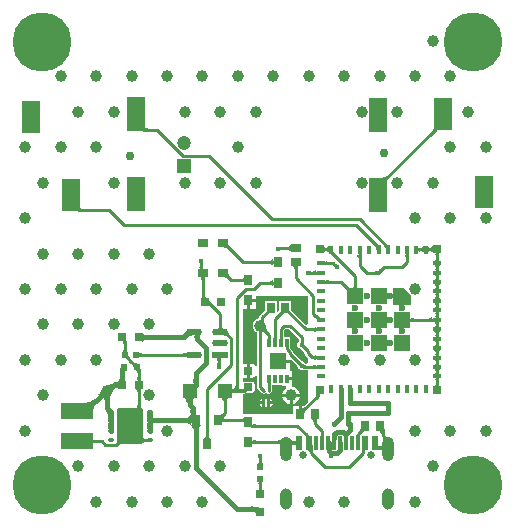
<source format=gtl>
G04*
G04 #@! TF.GenerationSoftware,Altium Limited,Altium Designer,25.2.1 (25)*
G04*
G04 Layer_Physical_Order=1*
G04 Layer_Color=255*
%FSLAX25Y25*%
%MOIN*%
G70*
G04*
G04 #@! TF.SameCoordinates,1F312145-2A38-4454-B551-27999C65A1A9*
G04*
G04*
G04 #@! TF.FilePolarity,Positive*
G04*
G01*
G75*
%ADD15R,0.03150X0.03543*%
%ADD16R,0.03543X0.03150*%
G04:AMPARAMS|DCode=17|XSize=29.92mil|YSize=26mil|CornerRadius=3.25mil|HoleSize=0mil|Usage=FLASHONLY|Rotation=90.000|XOffset=0mil|YOffset=0mil|HoleType=Round|Shape=RoundedRectangle|*
%AMROUNDEDRECTD17*
21,1,0.02992,0.01950,0,0,90.0*
21,1,0.02342,0.02600,0,0,90.0*
1,1,0.00650,0.00975,0.01171*
1,1,0.00650,0.00975,-0.01171*
1,1,0.00650,-0.00975,-0.01171*
1,1,0.00650,-0.00975,0.01171*
%
%ADD17ROUNDEDRECTD17*%
%ADD18R,0.05906X0.11811*%
%ADD19R,0.05906X0.11024*%
G04:AMPARAMS|DCode=20|XSize=29.92mil|YSize=26mil|CornerRadius=3.25mil|HoleSize=0mil|Usage=FLASHONLY|Rotation=0.000|XOffset=0mil|YOffset=0mil|HoleType=Round|Shape=RoundedRectangle|*
%AMROUNDEDRECTD20*
21,1,0.02992,0.01950,0,0,0.0*
21,1,0.02342,0.02600,0,0,0.0*
1,1,0.00650,0.01171,-0.00975*
1,1,0.00650,-0.01171,-0.00975*
1,1,0.00650,-0.01171,0.00975*
1,1,0.00650,0.01171,0.00975*
%
%ADD20ROUNDEDRECTD20*%
%ADD21R,0.01181X0.04528*%
%ADD22R,0.02362X0.04528*%
%ADD23C,0.04752*%
%ADD24R,0.02756X0.02756*%
%ADD25R,0.05709X0.05709*%
%ADD26R,0.03150X0.01575*%
%ADD27R,0.01575X0.03150*%
%ADD28R,0.05748X0.05354*%
%ADD29R,0.01181X0.02953*%
%ADD30R,0.04921X0.04803*%
%ADD31R,0.05269X0.02275*%
G04:AMPARAMS|DCode=32|XSize=52.69mil|YSize=22.75mil|CornerRadius=11.38mil|HoleSize=0mil|Usage=FLASHONLY|Rotation=180.000|XOffset=0mil|YOffset=0mil|HoleType=Round|Shape=RoundedRectangle|*
%AMROUNDEDRECTD32*
21,1,0.05269,0.00000,0,0,180.0*
21,1,0.02993,0.02275,0,0,180.0*
1,1,0.02275,-0.01497,0.00000*
1,1,0.02275,0.01497,0.00000*
1,1,0.02275,0.01497,0.00000*
1,1,0.02275,-0.01497,0.00000*
%
%ADD32ROUNDEDRECTD32*%
%ADD33R,0.02237X0.02254*%
%ADD34R,0.02894X0.03394*%
%ADD35R,0.02362X0.02362*%
%ADD36R,0.02362X0.02362*%
%ADD37R,0.03394X0.02894*%
%ADD38C,0.00984*%
%ADD39R,0.11024X0.05512*%
%ADD40R,0.03150X0.03150*%
G04:AMPARAMS|DCode=52|XSize=39.37mil|YSize=70.87mil|CornerRadius=19.68mil|HoleSize=0mil|Usage=FLASHONLY|Rotation=0.000|XOffset=0mil|YOffset=0mil|HoleType=Round|Shape=RoundedRectangle|*
%AMROUNDEDRECTD52*
21,1,0.03937,0.03150,0,0,0.0*
21,1,0.00000,0.07087,0,0,0.0*
1,1,0.03937,0.00000,-0.01575*
1,1,0.03937,0.00000,-0.01575*
1,1,0.03937,0.00000,0.01575*
1,1,0.03937,0.00000,0.01575*
%
%ADD52ROUNDEDRECTD52*%
G04:AMPARAMS|DCode=53|XSize=39.37mil|YSize=82.68mil|CornerRadius=19.68mil|HoleSize=0mil|Usage=FLASHONLY|Rotation=0.000|XOffset=0mil|YOffset=0mil|HoleType=Round|Shape=RoundedRectangle|*
%AMROUNDEDRECTD53*
21,1,0.03937,0.04331,0,0,0.0*
21,1,0.00000,0.08268,0,0,0.0*
1,1,0.03937,0.00000,-0.02165*
1,1,0.03937,0.00000,-0.02165*
1,1,0.03937,0.00000,0.02165*
1,1,0.03937,0.00000,0.02165*
%
%ADD53ROUNDEDRECTD53*%
%ADD54C,0.02559*%
%ADD61C,0.02362*%
G04:AMPARAMS|DCode=62|XSize=11.81mil|YSize=19.68mil|CornerRadius=1.95mil|HoleSize=0mil|Usage=FLASHONLY|Rotation=90.000|XOffset=0mil|YOffset=0mil|HoleType=Round|Shape=RoundedRectangle|*
%AMROUNDEDRECTD62*
21,1,0.01181,0.01579,0,0,90.0*
21,1,0.00791,0.01968,0,0,90.0*
1,1,0.00390,0.00789,0.00396*
1,1,0.00390,0.00789,-0.00396*
1,1,0.00390,-0.00789,-0.00396*
1,1,0.00390,-0.00789,0.00396*
%
%ADD62ROUNDEDRECTD62*%
G04:AMPARAMS|DCode=63|XSize=118.11mil|YSize=86.61mil|CornerRadius=2.17mil|HoleSize=0mil|Usage=FLASHONLY|Rotation=90.000|XOffset=0mil|YOffset=0mil|HoleType=Round|Shape=RoundedRectangle|*
%AMROUNDEDRECTD63*
21,1,0.11811,0.08228,0,0,90.0*
21,1,0.11378,0.08661,0,0,90.0*
1,1,0.00433,0.04114,0.05689*
1,1,0.00433,0.04114,-0.05689*
1,1,0.00433,-0.04114,-0.05689*
1,1,0.00433,-0.04114,0.05689*
%
%ADD63ROUNDEDRECTD63*%
%ADD64C,0.01575*%
%ADD65C,0.01000*%
%ADD66C,0.01500*%
%ADD67C,0.02953*%
%ADD68R,0.04724X0.04724*%
%ADD69C,0.04724*%
%ADD70C,0.19685*%
%ADD71C,0.03937*%
%ADD72C,0.01772*%
%ADD73C,0.01968*%
G36*
X46258Y131129D02*
X46288Y131044D01*
X46338Y130969D01*
X46408Y130904D01*
X46498Y130849D01*
X46608Y130804D01*
X46738Y130769D01*
X46888Y130744D01*
X47058Y130729D01*
X47248Y130724D01*
Y129724D01*
X46248Y129736D01*
Y131224D01*
X46258Y131129D01*
D02*
G37*
G36*
X144143Y130130D02*
X144001Y130123D01*
X143860Y130102D01*
X143719Y130067D01*
X143577Y130017D01*
X143436Y129953D01*
X143294Y129876D01*
X143153Y129784D01*
X143011Y129678D01*
X142870Y129557D01*
X142728Y129423D01*
X142021Y130130D01*
X142156Y130271D01*
X142276Y130413D01*
X142382Y130554D01*
X142474Y130696D01*
X142552Y130837D01*
X142615Y130979D01*
X142665Y131120D01*
X142700Y131262D01*
X142721Y131403D01*
X142728Y131544D01*
X144143Y130130D01*
D02*
G37*
G36*
X127664Y114358D02*
X127529Y114217D01*
X127409Y114075D01*
X127302Y113934D01*
X127209Y113792D01*
X127130Y113651D01*
X127065Y113510D01*
X127014Y113368D01*
X126977Y113227D01*
X126954Y113085D01*
X126944Y112944D01*
X125542Y114346D01*
X125684Y114355D01*
X125825Y114379D01*
X125967Y114416D01*
X126108Y114467D01*
X126249Y114532D01*
X126391Y114611D01*
X126532Y114704D01*
X126674Y114810D01*
X126815Y114931D01*
X126956Y115065D01*
X127664Y114358D01*
D02*
G37*
G36*
X124517Y109432D02*
X124535Y109184D01*
X124546Y109117D01*
X124559Y109058D01*
X124575Y109007D01*
X124593Y108963D01*
X124613Y108928D01*
X124636Y108900D01*
X123396D01*
X123418Y108928D01*
X123439Y108963D01*
X123457Y109007D01*
X123472Y109058D01*
X123486Y109117D01*
X123496Y109184D01*
X123511Y109341D01*
X123516Y109530D01*
X124516D01*
X124517Y109432D01*
D02*
G37*
G36*
X24604Y104358D02*
X24634Y104273D01*
X24684Y104198D01*
X24754Y104133D01*
X24844Y104078D01*
X24954Y104033D01*
X25084Y103998D01*
X25234Y103973D01*
X25404Y103958D01*
X25594Y103953D01*
Y102953D01*
X24594Y102965D01*
Y104453D01*
X24604Y104358D01*
D02*
G37*
G36*
X139087Y89354D02*
X138127Y89834D01*
X137977Y89809D01*
X137846Y89774D01*
X137735Y89729D01*
X137644Y89674D01*
X137572Y89609D01*
X137520Y89534D01*
X137488Y89449D01*
X137476Y89354D01*
Y91354D01*
X137488Y91259D01*
X137520Y91174D01*
X137572Y91099D01*
X137644Y91034D01*
X137735Y90979D01*
X137846Y90934D01*
X137977Y90899D01*
X138127Y90874D01*
X139087Y91354D01*
Y89354D01*
D02*
G37*
G36*
X142236D02*
X141277Y89834D01*
X141127Y89809D01*
X140996Y89774D01*
X140885Y89729D01*
X140793Y89674D01*
X140722Y89609D01*
X140670Y89534D01*
X140638Y89449D01*
X140626Y89354D01*
Y91354D01*
X140638Y91259D01*
X140670Y91174D01*
X140722Y91099D01*
X140793Y91034D01*
X140885Y90979D01*
X140996Y90934D01*
X141127Y90899D01*
X141277Y90874D01*
X142236Y91354D01*
Y89354D01*
D02*
G37*
G36*
X107591D02*
X106631Y89834D01*
X106481Y89809D01*
X106350Y89774D01*
X106239Y89729D01*
X106148Y89674D01*
X106076Y89609D01*
X106024Y89534D01*
X105992Y89449D01*
X105980Y89354D01*
Y91354D01*
X105992Y91259D01*
X106024Y91174D01*
X106076Y91099D01*
X106148Y91034D01*
X106239Y90979D01*
X106350Y90934D01*
X106481Y90899D01*
X106631Y90874D01*
X107591Y91354D01*
Y89354D01*
D02*
G37*
G36*
X126630Y92293D02*
X126771Y92173D01*
X126913Y92067D01*
X127054Y91975D01*
X127196Y91897D01*
X127337Y91833D01*
X127478Y91784D01*
X127620Y91749D01*
X127761Y91727D01*
X127903Y91720D01*
X126488Y90306D01*
X126481Y90447D01*
X126460Y90589D01*
X126425Y90730D01*
X126375Y90872D01*
X126312Y91013D01*
X126234Y91155D01*
X126142Y91296D01*
X126036Y91437D01*
X125916Y91579D01*
X125781Y91720D01*
X126488Y92427D01*
X126630Y92293D01*
D02*
G37*
G36*
X123480D02*
X123622Y92173D01*
X123763Y92067D01*
X123905Y91975D01*
X124046Y91897D01*
X124187Y91833D01*
X124329Y91784D01*
X124470Y91749D01*
X124612Y91727D01*
X124753Y91720D01*
X123339Y90306D01*
X123332Y90447D01*
X123310Y90589D01*
X123275Y90730D01*
X123226Y90872D01*
X123162Y91013D01*
X123084Y91155D01*
X122992Y91296D01*
X122886Y91437D01*
X122766Y91579D01*
X122632Y91720D01*
X123339Y92427D01*
X123480Y92293D01*
D02*
G37*
G36*
X74011Y92230D02*
X74032Y92088D01*
X74067Y91947D01*
X74117Y91805D01*
X74181Y91664D01*
X74258Y91523D01*
X74350Y91381D01*
X74456Y91240D01*
X74576Y91098D01*
X74711Y90957D01*
X74004Y90250D01*
X73862Y90384D01*
X73721Y90504D01*
X73580Y90610D01*
X73438Y90702D01*
X73297Y90780D01*
X73155Y90844D01*
X73014Y90893D01*
X72872Y90929D01*
X72731Y90950D01*
X72589Y90957D01*
X74004Y92371D01*
X74011Y92230D01*
D02*
G37*
G36*
X91095Y91255D02*
X91127Y91243D01*
X91167Y91233D01*
X91216Y91224D01*
X91339Y91210D01*
X91496Y91202D01*
X91687Y91199D01*
X91895Y90199D01*
X91797Y90197D01*
X91626Y90185D01*
X91552Y90174D01*
X91486Y90160D01*
X91428Y90144D01*
X91379Y90124D01*
X91337Y90101D01*
X91304Y90074D01*
X91278Y90045D01*
X91072Y91268D01*
X91095Y91255D01*
D02*
G37*
G36*
X94772Y89699D02*
X93772Y90199D01*
Y91199D01*
X94772Y91699D01*
Y89699D01*
D02*
G37*
G36*
X144507Y88988D02*
X144422Y88956D01*
X144347Y88904D01*
X144282Y88833D01*
X144227Y88741D01*
X144182Y88630D01*
X144147Y88499D01*
X144122Y88349D01*
X144107Y88178D01*
X144102Y87988D01*
X143102D01*
X143097Y88178D01*
X143082Y88349D01*
X143057Y88499D01*
X143022Y88630D01*
X142977Y88741D01*
X142922Y88833D01*
X142857Y88904D01*
X142782Y88956D01*
X142697Y88988D01*
X142602Y89000D01*
X144602D01*
X144507Y88988D01*
D02*
G37*
G36*
X109139Y89868D02*
X109162Y89726D01*
X109199Y89585D01*
X109250Y89443D01*
X109315Y89302D01*
X109394Y89160D01*
X109487Y89019D01*
X109594Y88877D01*
X109714Y88736D01*
X109849Y88595D01*
X109142Y87888D01*
X109000Y88022D01*
X108859Y88143D01*
X108717Y88249D01*
X108576Y88342D01*
X108434Y88421D01*
X108293Y88486D01*
X108152Y88537D01*
X108010Y88574D01*
X107869Y88597D01*
X107727Y88607D01*
X109130Y90009D01*
X109139Y89868D01*
D02*
G37*
G36*
X134063Y87595D02*
X133063D01*
X132788Y88595D01*
X134338D01*
X134063Y87595D01*
D02*
G37*
G36*
X118315D02*
X117315D01*
X117040Y88595D01*
X118590D01*
X118315Y87595D01*
D02*
G37*
G36*
X144107Y87412D02*
X144122Y87242D01*
X144147Y87091D01*
X144182Y86960D01*
X144227Y86849D01*
X144282Y86758D01*
X144347Y86686D01*
X144422Y86634D01*
X144507Y86602D01*
X144602Y86590D01*
X142602D01*
X142697Y86602D01*
X142782Y86634D01*
X142857Y86686D01*
X142922Y86758D01*
X142977Y86849D01*
X143022Y86960D01*
X143057Y87091D01*
X143082Y87242D01*
X143097Y87412D01*
X143102Y87602D01*
X144102D01*
X144107Y87412D01*
D02*
G37*
G36*
X89919Y85404D02*
X89891Y85426D01*
X89856Y85447D01*
X89812Y85465D01*
X89761Y85480D01*
X89702Y85494D01*
X89635Y85504D01*
X89478Y85519D01*
X89289Y85524D01*
Y86524D01*
X89387Y86525D01*
X89635Y86543D01*
X89702Y86554D01*
X89761Y86567D01*
X89812Y86582D01*
X89856Y86601D01*
X89891Y86621D01*
X89919Y86644D01*
Y85404D01*
D02*
G37*
G36*
X65558Y85954D02*
X65538Y85919D01*
X65519Y85875D01*
X65504Y85824D01*
X65491Y85765D01*
X65480Y85698D01*
X65465Y85541D01*
X65461Y85351D01*
X64461D01*
X64459Y85450D01*
X64441Y85698D01*
X64431Y85765D01*
X64417Y85824D01*
X64402Y85875D01*
X64384Y85919D01*
X64363Y85954D01*
X64341Y85982D01*
X65581D01*
X65558Y85954D01*
D02*
G37*
G36*
X106396Y86550D02*
X106426Y86503D01*
X106476Y86462D01*
X106546Y86426D01*
X106636Y86396D01*
X106746Y86371D01*
X106876Y86352D01*
X107026Y86338D01*
X107386Y86327D01*
Y85327D01*
X107196Y85324D01*
X106876Y85302D01*
X106746Y85283D01*
X106636Y85258D01*
X106546Y85228D01*
X106476Y85192D01*
X106426Y85150D01*
X106396Y85104D01*
X106386Y85051D01*
Y86602D01*
X106396Y86550D01*
D02*
G37*
G36*
X88988Y85024D02*
X87988Y85524D01*
Y86524D01*
X88988Y87024D01*
Y85024D01*
D02*
G37*
G36*
X109605Y85777D02*
X109735Y85664D01*
X109795Y85620D01*
X109852Y85583D01*
X109904Y85554D01*
X109953Y85533D01*
X109999Y85520D01*
X110041Y85515D01*
X110080Y85518D01*
X109361Y84507D01*
X109354Y84532D01*
X109340Y84563D01*
X109319Y84599D01*
X109291Y84640D01*
X109213Y84737D01*
X109108Y84854D01*
X108975Y84991D01*
X109535Y85845D01*
X109605Y85777D01*
D02*
G37*
G36*
X65466Y85050D02*
X65481Y84880D01*
X65506Y84730D01*
X65541Y84600D01*
X65586Y84490D01*
X65641Y84400D01*
X65706Y84330D01*
X65781Y84280D01*
X65866Y84250D01*
X65961Y84240D01*
X63961D01*
X64056Y84250D01*
X64141Y84280D01*
X64216Y84330D01*
X64281Y84400D01*
X64336Y84490D01*
X64381Y84600D01*
X64416Y84730D01*
X64441Y84880D01*
X64456Y85050D01*
X64461Y85240D01*
X65461D01*
X65466Y85050D01*
D02*
G37*
G36*
X97362Y84725D02*
X97277Y84693D01*
X97202Y84641D01*
X97137Y84569D01*
X97082Y84478D01*
X97037Y84367D01*
X97002Y84236D01*
X96977Y84085D01*
X96962Y83915D01*
X96957Y83725D01*
X95957D01*
X95952Y83915D01*
X95937Y84085D01*
X95912Y84236D01*
X95877Y84367D01*
X95832Y84478D01*
X95777Y84569D01*
X95712Y84641D01*
X95637Y84693D01*
X95552Y84725D01*
X95457Y84737D01*
X97457D01*
X97362Y84725D01*
D02*
G37*
G36*
X144507Y85051D02*
X144422Y85019D01*
X144347Y84967D01*
X144282Y84896D01*
X144227Y84804D01*
X144182Y84693D01*
X144147Y84562D01*
X144122Y84412D01*
X144108Y84252D01*
X144122Y84092D01*
X144147Y83942D01*
X144182Y83811D01*
X144227Y83700D01*
X144282Y83608D01*
X144347Y83537D01*
X144422Y83485D01*
X144507Y83453D01*
X144602Y83441D01*
X142602D01*
X142697Y83453D01*
X142782Y83485D01*
X142857Y83537D01*
X142922Y83608D01*
X142977Y83700D01*
X143022Y83811D01*
X143057Y83942D01*
X143082Y84092D01*
X143096Y84252D01*
X143082Y84412D01*
X143057Y84562D01*
X143022Y84693D01*
X142977Y84804D01*
X142922Y84896D01*
X142857Y84967D01*
X142782Y85019D01*
X142697Y85051D01*
X142602Y85063D01*
X144602D01*
X144507Y85051D01*
D02*
G37*
G36*
X125262Y83217D02*
X125193Y83146D01*
X125031Y82958D01*
X124991Y82903D01*
X124958Y82852D01*
X124933Y82804D01*
X124915Y82761D01*
X124905Y82722D01*
X124901Y82686D01*
X124025Y83563D01*
X124060Y83566D01*
X124100Y83577D01*
X124143Y83595D01*
X124190Y83620D01*
X124241Y83652D01*
X124296Y83692D01*
X124418Y83793D01*
X124555Y83924D01*
X125262Y83217D01*
D02*
G37*
G36*
X123383Y82057D02*
X123356Y82080D01*
X123320Y82100D01*
X123277Y82118D01*
X123226Y82134D01*
X123167Y82147D01*
X123100Y82158D01*
X122942Y82172D01*
X122753Y82177D01*
Y83177D01*
X122852Y83178D01*
X123100Y83196D01*
X123167Y83207D01*
X123226Y83220D01*
X123277Y83236D01*
X123320Y83254D01*
X123356Y83274D01*
X123383Y83297D01*
Y82057D01*
D02*
G37*
G36*
X101054Y83274D02*
X101089Y83254D01*
X101132Y83236D01*
X101184Y83220D01*
X101243Y83207D01*
X101310Y83196D01*
X101467Y83182D01*
X101656Y83177D01*
Y82177D01*
X101558Y82176D01*
X101310Y82158D01*
X101243Y82147D01*
X101184Y82134D01*
X101132Y82118D01*
X101089Y82100D01*
X101054Y82080D01*
X101026Y82057D01*
Y83297D01*
X101054Y83274D01*
D02*
G37*
G36*
X103260Y81902D02*
X102260Y82177D01*
Y83177D01*
X103260Y83453D01*
Y81902D01*
D02*
G37*
G36*
X74001Y82387D02*
X74024Y82246D01*
X74062Y82104D01*
X74113Y81963D01*
X74177Y81822D01*
X74256Y81680D01*
X74349Y81539D01*
X74456Y81397D01*
X74576Y81256D01*
X74711Y81114D01*
X74004Y80407D01*
X73862Y80542D01*
X73721Y80662D01*
X73580Y80769D01*
X73438Y80862D01*
X73297Y80941D01*
X73155Y81006D01*
X73014Y81057D01*
X72872Y81094D01*
X72731Y81117D01*
X72589Y81126D01*
X73992Y82529D01*
X74001Y82387D01*
D02*
G37*
G36*
X144507Y81902D02*
X144422Y81869D01*
X144347Y81818D01*
X144282Y81746D01*
X144227Y81655D01*
X144182Y81544D01*
X144147Y81413D01*
X144122Y81262D01*
X144108Y81102D01*
X144122Y80942D01*
X144147Y80792D01*
X144182Y80661D01*
X144227Y80550D01*
X144282Y80459D01*
X144347Y80387D01*
X144422Y80335D01*
X144507Y80303D01*
X144602Y80291D01*
X142602D01*
X142697Y80303D01*
X142782Y80335D01*
X142857Y80387D01*
X142922Y80459D01*
X142977Y80550D01*
X143022Y80661D01*
X143057Y80792D01*
X143082Y80942D01*
X143096Y81102D01*
X143082Y81262D01*
X143057Y81413D01*
X143022Y81544D01*
X142977Y81655D01*
X142922Y81746D01*
X142857Y81818D01*
X142782Y81869D01*
X142697Y81902D01*
X142602Y81914D01*
X144602D01*
X144507Y81902D01*
D02*
G37*
G36*
X66456Y81114D02*
X66371Y81082D01*
X66296Y81030D01*
X66231Y80959D01*
X66176Y80867D01*
X66131Y80756D01*
X66096Y80625D01*
X66071Y80475D01*
X66056Y80304D01*
X66051Y80114D01*
X65051D01*
X65046Y80304D01*
X65031Y80475D01*
X65006Y80625D01*
X64971Y80756D01*
X64926Y80867D01*
X64871Y80959D01*
X64806Y81030D01*
X64731Y81082D01*
X64646Y81114D01*
X64551Y81126D01*
X66551D01*
X66456Y81114D01*
D02*
G37*
G36*
X80076Y79498D02*
X80049Y79521D01*
X80013Y79541D01*
X79970Y79559D01*
X79919Y79575D01*
X79860Y79588D01*
X79793Y79599D01*
X79635Y79613D01*
X79446Y79618D01*
Y80618D01*
X79545Y80619D01*
X79793Y80637D01*
X79860Y80648D01*
X79919Y80661D01*
X79970Y80677D01*
X80013Y80695D01*
X80049Y80715D01*
X80076Y80738D01*
Y79498D01*
D02*
G37*
G36*
X79158Y79118D02*
X79146Y79213D01*
X79114Y79298D01*
X79062Y79373D01*
X78990Y79438D01*
X78899Y79493D01*
X78788Y79538D01*
X78657Y79573D01*
X78506Y79598D01*
X78336Y79613D01*
X78146Y79618D01*
Y80618D01*
X78336Y80623D01*
X78506Y80638D01*
X78657Y80663D01*
X78788Y80698D01*
X78899Y80743D01*
X78990Y80798D01*
X79062Y80863D01*
X79114Y80938D01*
X79146Y81023D01*
X79158Y81118D01*
Y79118D01*
D02*
G37*
G36*
X106396Y80251D02*
X106426Y80204D01*
X106476Y80163D01*
X106546Y80127D01*
X106636Y80096D01*
X106746Y80072D01*
X106876Y80052D01*
X107026Y80039D01*
X107386Y80028D01*
Y79028D01*
X107196Y79025D01*
X106876Y79003D01*
X106746Y78983D01*
X106636Y78959D01*
X106546Y78928D01*
X106476Y78893D01*
X106426Y78851D01*
X106396Y78804D01*
X106386Y78752D01*
Y80303D01*
X106396Y80251D01*
D02*
G37*
G36*
X88988Y78331D02*
X87988Y78831D01*
Y79831D01*
X88988Y80331D01*
Y78331D01*
D02*
G37*
G36*
X116844Y78357D02*
X116859Y78187D01*
X116884Y78036D01*
X116919Y77905D01*
X116964Y77794D01*
X117019Y77703D01*
X117084Y77631D01*
X117159Y77579D01*
X117244Y77547D01*
X117339Y77535D01*
X115339D01*
X115434Y77547D01*
X115519Y77579D01*
X115594Y77631D01*
X115659Y77703D01*
X115714Y77794D01*
X115759Y77905D01*
X115794Y78036D01*
X115819Y78187D01*
X115834Y78357D01*
X115839Y78547D01*
X116839D01*
X116844Y78357D01*
D02*
G37*
G36*
X144507Y78752D02*
X144422Y78720D01*
X144347Y78668D01*
X144282Y78597D01*
X144227Y78505D01*
X144182Y78394D01*
X144147Y78263D01*
X144122Y78113D01*
X144108Y77953D01*
X144122Y77793D01*
X144147Y77642D01*
X144182Y77511D01*
X144227Y77400D01*
X144282Y77309D01*
X144347Y77237D01*
X144422Y77186D01*
X144507Y77154D01*
X144602Y77141D01*
X142602D01*
X142697Y77154D01*
X142782Y77186D01*
X142857Y77237D01*
X142922Y77309D01*
X142977Y77400D01*
X143022Y77511D01*
X143057Y77642D01*
X143082Y77793D01*
X143096Y77953D01*
X143082Y78113D01*
X143057Y78263D01*
X143022Y78394D01*
X142977Y78505D01*
X142922Y78597D01*
X142857Y78668D01*
X142782Y78720D01*
X142697Y78752D01*
X142602Y78764D01*
X144602D01*
X144507Y78752D01*
D02*
G37*
G36*
X113638Y78120D02*
X113779Y78000D01*
X113920Y77894D01*
X114062Y77802D01*
X114203Y77724D01*
X114345Y77660D01*
X114486Y77611D01*
X114628Y77575D01*
X114769Y77554D01*
X114910Y77547D01*
X113496Y76133D01*
X113489Y76274D01*
X113468Y76416D01*
X113433Y76557D01*
X113383Y76698D01*
X113320Y76840D01*
X113242Y76981D01*
X113150Y77123D01*
X113044Y77264D01*
X112924Y77406D01*
X112789Y77547D01*
X113496Y78254D01*
X113638Y78120D01*
D02*
G37*
G36*
X144507Y75602D02*
X144422Y75570D01*
X144347Y75518D01*
X144282Y75447D01*
X144227Y75356D01*
X144182Y75244D01*
X144147Y75114D01*
X144122Y74963D01*
X144108Y74803D01*
X144122Y74643D01*
X144147Y74493D01*
X144182Y74362D01*
X144227Y74251D01*
X144282Y74159D01*
X144347Y74088D01*
X144422Y74036D01*
X144507Y74004D01*
X144602Y73992D01*
X142602D01*
X142697Y74004D01*
X142782Y74036D01*
X142857Y74088D01*
X142922Y74159D01*
X142977Y74251D01*
X143022Y74362D01*
X143057Y74493D01*
X143082Y74643D01*
X143096Y74803D01*
X143082Y74963D01*
X143057Y75114D01*
X143022Y75244D01*
X142977Y75356D01*
X142922Y75447D01*
X142857Y75518D01*
X142782Y75570D01*
X142697Y75602D01*
X142602Y75615D01*
X144602D01*
X144507Y75602D01*
D02*
G37*
G36*
X134744Y75197D02*
Y71850D01*
X129035D01*
Y77559D01*
X132382D01*
X134744Y75197D01*
D02*
G37*
G36*
X67457Y73872D02*
X67560Y73547D01*
X67622Y73395D01*
X67691Y73250D01*
X67768Y73111D01*
X67851Y72979D01*
X67941Y72854D01*
X68038Y72736D01*
X68143Y72625D01*
Y71210D01*
X68052Y71294D01*
X67961Y71364D01*
X67871Y71419D01*
X67782Y71459D01*
X67693Y71485D01*
X67604Y71496D01*
X67516Y71492D01*
X67429Y71474D01*
X67342Y71442D01*
X67255Y71394D01*
X67416Y74045D01*
X67457Y73872D01*
D02*
G37*
G36*
X144507Y72453D02*
X144422Y72421D01*
X144347Y72369D01*
X144282Y72297D01*
X144227Y72206D01*
X144182Y72095D01*
X144147Y71964D01*
X144122Y71813D01*
X144108Y71653D01*
X144122Y71494D01*
X144147Y71343D01*
X144182Y71212D01*
X144227Y71101D01*
X144282Y71010D01*
X144347Y70938D01*
X144422Y70886D01*
X144507Y70854D01*
X144602Y70842D01*
X142602D01*
X142697Y70854D01*
X142782Y70886D01*
X142857Y70938D01*
X142922Y71010D01*
X142977Y71101D01*
X143022Y71212D01*
X143057Y71343D01*
X143082Y71494D01*
X143096Y71653D01*
X143082Y71813D01*
X143057Y71964D01*
X143022Y72095D01*
X142977Y72206D01*
X142922Y72297D01*
X142857Y72369D01*
X142782Y72421D01*
X142697Y72453D01*
X142602Y72465D01*
X144602D01*
X144507Y72453D01*
D02*
G37*
G36*
Y69303D02*
X144422Y69271D01*
X144347Y69219D01*
X144282Y69148D01*
X144227Y69056D01*
X144182Y68945D01*
X144147Y68814D01*
X144122Y68664D01*
X144108Y68504D01*
X144122Y68344D01*
X144147Y68193D01*
X144182Y68063D01*
X144227Y67952D01*
X144282Y67860D01*
X144347Y67789D01*
X144422Y67737D01*
X144507Y67705D01*
X144602Y67693D01*
X142602D01*
X142697Y67705D01*
X142782Y67737D01*
X142857Y67789D01*
X142922Y67860D01*
X142977Y67952D01*
X143022Y68063D01*
X143057Y68193D01*
X143082Y68344D01*
X143096Y68504D01*
X143082Y68664D01*
X143057Y68814D01*
X143022Y68945D01*
X142977Y69056D01*
X142922Y69148D01*
X142857Y69219D01*
X142782Y69271D01*
X142697Y69303D01*
X142602Y69315D01*
X144602D01*
X144507Y69303D01*
D02*
G37*
G36*
X103697Y68457D02*
X104181Y68037D01*
X104323Y67934D01*
X104455Y67849D01*
X104578Y67782D01*
X104691Y67734D01*
X104794Y67704D01*
X104887Y67693D01*
X103272Y67032D01*
X103265Y67120D01*
X103250Y67209D01*
X103225Y67298D01*
X103192Y67387D01*
X103150Y67477D01*
X103100Y67566D01*
X103040Y67656D01*
X102972Y67746D01*
X102895Y67836D01*
X102809Y67926D01*
X103516Y68633D01*
X103697Y68457D01*
D02*
G37*
G36*
X141843Y66154D02*
X140843Y66429D01*
Y67429D01*
X141843Y67704D01*
Y66154D01*
D02*
G37*
G36*
X134732Y67834D02*
X134764Y67749D01*
X134816Y67674D01*
X134888Y67609D01*
X134979Y67554D01*
X135090Y67509D01*
X135221Y67474D01*
X135372Y67449D01*
X135542Y67434D01*
X135732Y67429D01*
Y66429D01*
X135542Y66424D01*
X135372Y66409D01*
X135221Y66384D01*
X135090Y66349D01*
X134979Y66304D01*
X134888Y66249D01*
X134816Y66184D01*
X134764Y66109D01*
X134732Y66024D01*
X134720Y65929D01*
Y67929D01*
X134732Y67834D01*
D02*
G37*
G36*
X100394Y65379D02*
X99882Y65167D01*
X94933Y70116D01*
Y73075D01*
X91015D01*
Y70116D01*
X90560Y69661D01*
X90087Y69857D01*
Y73075D01*
X86170D01*
Y70116D01*
X84478Y68425D01*
X84254Y68090D01*
X84176Y67695D01*
Y67441D01*
X84152D01*
X83241Y67063D01*
X82543Y66366D01*
X82165Y65454D01*
Y64467D01*
X82543Y63556D01*
X83241Y62858D01*
X83614Y62703D01*
Y51841D01*
X83139Y51526D01*
X83102Y51530D01*
X82835Y51930D01*
X82397Y52223D01*
X81880Y52326D01*
X81209D01*
Y50000D01*
Y47674D01*
X81880D01*
X82397Y47777D01*
X82835Y48070D01*
X83102Y48470D01*
X83139Y48474D01*
X83614Y48160D01*
Y44469D01*
X83693Y44074D01*
X83916Y43739D01*
X85078Y42578D01*
X85196Y42499D01*
X85238Y42456D01*
X85294Y42433D01*
X85412Y42354D01*
X85552Y42326D01*
X85607Y42303D01*
X85668D01*
X85807Y42276D01*
X85946Y42303D01*
X86007D01*
X86063Y42326D01*
X86202Y42354D01*
X86320Y42433D01*
X86376Y42456D01*
X86608Y42545D01*
X87010Y42365D01*
X87027Y42354D01*
X87166Y42326D01*
X87222Y42303D01*
X87282D01*
X87421Y42276D01*
X87560Y42303D01*
X87621D01*
X87677Y42326D01*
X87816Y42354D01*
X87934Y42433D01*
X87990Y42456D01*
X88033Y42499D01*
X88151Y42578D01*
X88328Y42755D01*
X88551Y43089D01*
X88630Y43484D01*
Y45256D01*
X91913D01*
Y44768D01*
X93179D01*
X93316Y44256D01*
X93059Y44108D01*
X92506Y43555D01*
X92116Y42878D01*
X91943Y42232D01*
X97821D01*
X97648Y42878D01*
X97257Y43555D01*
X96705Y44108D01*
X96028Y44499D01*
X95548Y44627D01*
X95267Y44714D01*
X95095Y45154D01*
Y46744D01*
X93504D01*
Y47744D01*
X95095D01*
Y49720D01*
X94425D01*
Y52650D01*
X90551D01*
Y53650D01*
X94768D01*
X94898Y53704D01*
X97028Y51574D01*
Y51357D01*
X97240Y50844D01*
X97633Y50451D01*
X98147Y50238D01*
X98658D01*
X98683Y50235D01*
X98694Y50228D01*
X99088Y50150D01*
X99480D01*
X99658Y50130D01*
X99723Y50150D01*
X100394D01*
Y39565D01*
X99075Y38247D01*
X99024Y38227D01*
X98922Y38130D01*
X98471D01*
Y37201D01*
X98557Y37231D01*
X98699Y37295D01*
X98840Y37373D01*
X98982Y37465D01*
X99123Y37571D01*
X99264Y37691D01*
X99406Y37825D01*
X100113Y37118D01*
X99979Y36977D01*
X99858Y36835D01*
X99752Y36694D01*
X99660Y36553D01*
X99583Y36411D01*
X99519Y36270D01*
X99470Y36128D01*
X99434Y35987D01*
X99413Y35845D01*
X99406Y35704D01*
X98471Y36639D01*
Y35433D01*
X97471D01*
Y38130D01*
X95524D01*
Y35433D01*
X78740D01*
Y42276D01*
X79331D01*
X79726Y42354D01*
X80061Y42578D01*
X80143Y42660D01*
X81880D01*
X82206Y42725D01*
X82483Y42910D01*
X82668Y43187D01*
X82733Y43513D01*
Y45463D01*
X82668Y45790D01*
X82483Y46066D01*
X82206Y46251D01*
X81880Y46316D01*
X79538D01*
X79252Y46260D01*
X79189Y46265D01*
X78740Y46552D01*
Y47396D01*
X79252Y47731D01*
X79538Y47674D01*
X80209D01*
Y50000D01*
Y52326D01*
X79538D01*
X79252Y52269D01*
X78740Y52604D01*
Y70653D01*
X80209D01*
Y73425D01*
X80709D01*
Y73925D01*
X83284D01*
Y74803D01*
X100394D01*
Y65379D01*
D02*
G37*
G36*
X144507Y66153D02*
X144422Y66121D01*
X144347Y66070D01*
X144282Y65998D01*
X144227Y65907D01*
X144182Y65796D01*
X144147Y65665D01*
X144122Y65514D01*
X144108Y65354D01*
X144122Y65194D01*
X144147Y65044D01*
X144182Y64913D01*
X144227Y64802D01*
X144282Y64711D01*
X144347Y64639D01*
X144422Y64587D01*
X144507Y64555D01*
X144602Y64543D01*
X142602D01*
X142697Y64555D01*
X142782Y64587D01*
X142857Y64639D01*
X142922Y64711D01*
X142977Y64802D01*
X143022Y64913D01*
X143057Y65044D01*
X143082Y65194D01*
X143096Y65354D01*
X143082Y65514D01*
X143057Y65665D01*
X143022Y65796D01*
X142977Y65907D01*
X142922Y65998D01*
X142857Y66070D01*
X142782Y66121D01*
X142697Y66153D01*
X142602Y66166D01*
X144602D01*
X144507Y66153D01*
D02*
G37*
G36*
X71829Y64741D02*
X71844Y64570D01*
X71869Y64420D01*
X71904Y64289D01*
X71949Y64178D01*
X72004Y64086D01*
X72069Y64015D01*
X72144Y63963D01*
X72229Y63931D01*
X72324Y63919D01*
X70324D01*
X70419Y63931D01*
X70504Y63963D01*
X70579Y64015D01*
X70644Y64086D01*
X70699Y64178D01*
X70744Y64289D01*
X70779Y64420D01*
X70804Y64570D01*
X70819Y64741D01*
X70824Y64931D01*
X71824D01*
X71829Y64741D01*
D02*
G37*
G36*
X103260Y63004D02*
X102260Y63279D01*
Y64280D01*
X103260Y64555D01*
Y63004D01*
D02*
G37*
G36*
X86617Y64702D02*
X86633Y64475D01*
X86660Y64262D01*
X86699Y64062D01*
X86750Y63874D01*
X86812Y63700D01*
X86887Y63539D01*
X86973Y63390D01*
X87071Y63255D01*
X87181Y63133D01*
X86474Y62426D01*
X86351Y62536D01*
X86216Y62634D01*
X86068Y62720D01*
X85906Y62794D01*
X85732Y62857D01*
X85545Y62907D01*
X85344Y62946D01*
X85131Y62973D01*
X84905Y62989D01*
X84665Y62992D01*
X86614Y64941D01*
X86617Y64702D01*
D02*
G37*
G36*
X144507Y63004D02*
X144422Y62972D01*
X144347Y62920D01*
X144282Y62848D01*
X144227Y62757D01*
X144182Y62646D01*
X144147Y62515D01*
X144122Y62365D01*
X144108Y62205D01*
X144122Y62045D01*
X144147Y61894D01*
X144182Y61763D01*
X144227Y61652D01*
X144282Y61561D01*
X144347Y61489D01*
X144422Y61438D01*
X144507Y61406D01*
X144602Y61393D01*
X142602D01*
X142697Y61406D01*
X142782Y61438D01*
X142857Y61489D01*
X142922Y61561D01*
X142977Y61652D01*
X143022Y61763D01*
X143057Y61894D01*
X143082Y62045D01*
X143096Y62205D01*
X143082Y62365D01*
X143057Y62515D01*
X143022Y62646D01*
X142977Y62757D01*
X142922Y62848D01*
X142857Y62920D01*
X142782Y62972D01*
X142697Y63004D01*
X142602Y63016D01*
X144602D01*
X144507Y63004D01*
D02*
G37*
G36*
X73943Y62934D02*
X73977Y62783D01*
X74022Y62636D01*
X74076Y62493D01*
X74139Y62355D01*
X74211Y62221D01*
X74293Y62091D01*
X74385Y61965D01*
X74486Y61844D01*
X74596Y61727D01*
X73889Y61019D01*
X73760Y61141D01*
X73630Y61251D01*
X73499Y61347D01*
X73366Y61431D01*
X73232Y61503D01*
X73097Y61562D01*
X72960Y61608D01*
X72822Y61642D01*
X72682Y61663D01*
X72542Y61672D01*
X73917Y63089D01*
X73943Y62934D01*
D02*
G37*
G36*
X61865Y61672D02*
X61657Y61659D01*
X61448Y61624D01*
X61238Y61568D01*
X61028Y61490D01*
X60816Y61391D01*
X60603Y61270D01*
X60388Y61127D01*
X60173Y60963D01*
X59957Y60778D01*
X59740Y60571D01*
X58814Y61872D01*
X59018Y62078D01*
X59869Y63049D01*
X59948Y63166D01*
X60010Y63271D01*
X60055Y63363D01*
X61865Y61672D01*
D02*
G37*
G36*
X90068Y61330D02*
X90117Y60559D01*
X90131Y60530D01*
X90145Y60519D01*
X88988D01*
X89003Y60530D01*
X89017Y60559D01*
X89028Y60610D01*
X89039Y60680D01*
X89054Y60879D01*
X89067Y61519D01*
X90067D01*
X90068Y61330D01*
D02*
G37*
G36*
X88099D02*
X88149Y60559D01*
X88162Y60530D01*
X88177Y60519D01*
X87020D01*
X87035Y60530D01*
X87048Y60559D01*
X87060Y60610D01*
X87070Y60680D01*
X87086Y60879D01*
X87098Y61519D01*
X88098D01*
X88099Y61330D01*
D02*
G37*
G36*
X64617Y61827D02*
X64553Y61743D01*
X64497Y61642D01*
X64448Y61525D01*
X64407Y61393D01*
X64373Y61244D01*
X64347Y61080D01*
X64328Y60899D01*
X64313Y60490D01*
X62739D01*
X62735Y60712D01*
X62704Y61088D01*
X62677Y61241D01*
X62643Y61370D01*
X62601Y61477D01*
X62551Y61560D01*
X62494Y61621D01*
X62429Y61658D01*
X62356Y61672D01*
X64688Y61896D01*
X64617Y61827D01*
D02*
G37*
G36*
X45385Y62305D02*
X45492Y62201D01*
X45616Y62110D01*
X45757Y62030D01*
X45916Y61963D01*
X46091Y61909D01*
X46284Y61866D01*
X46493Y61835D01*
X46720Y61817D01*
X46963Y61811D01*
Y60236D01*
X46720Y60230D01*
X46493Y60212D01*
X46284Y60181D01*
X46091Y60139D01*
X45916Y60084D01*
X45757Y60017D01*
X45616Y59938D01*
X45492Y59846D01*
X45385Y59743D01*
X45295Y59627D01*
Y62420D01*
X45385Y62305D01*
D02*
G37*
G36*
X40058Y58533D02*
X39058D01*
X39053Y58724D01*
X39038Y58894D01*
X39013Y59044D01*
X38978Y59175D01*
X38933Y59286D01*
X38878Y59378D01*
X38813Y59449D01*
X38738Y59501D01*
X38653Y59533D01*
X38558Y59545D01*
X39852Y59730D01*
X40058Y58533D01*
D02*
G37*
G36*
X144507Y59854D02*
X144422Y59822D01*
X144347Y59770D01*
X144282Y59699D01*
X144227Y59607D01*
X144182Y59496D01*
X144147Y59366D01*
X144122Y59215D01*
X144108Y59055D01*
X144122Y58895D01*
X144147Y58745D01*
X144182Y58614D01*
X144227Y58503D01*
X144282Y58411D01*
X144347Y58340D01*
X144422Y58288D01*
X144507Y58256D01*
X144602Y58244D01*
X142602D01*
X142697Y58256D01*
X142782Y58288D01*
X142857Y58340D01*
X142922Y58411D01*
X142977Y58503D01*
X143022Y58614D01*
X143057Y58745D01*
X143082Y58895D01*
X143096Y59055D01*
X143082Y59215D01*
X143057Y59366D01*
X143022Y59496D01*
X142977Y59607D01*
X142922Y59699D01*
X142857Y59770D01*
X142782Y59822D01*
X142697Y59854D01*
X142602Y59866D01*
X144602D01*
X144507Y59854D01*
D02*
G37*
G36*
X40064Y57043D02*
X40078Y56873D01*
X40104Y56723D01*
X40139Y56593D01*
X40183Y56483D01*
X40238Y56393D01*
X40304Y56323D01*
X40378Y56273D01*
X40464Y56243D01*
X40558Y56233D01*
X38559D01*
X38653Y56243D01*
X38739Y56273D01*
X38813Y56323D01*
X38879Y56393D01*
X38934Y56483D01*
X38978Y56593D01*
X39013Y56723D01*
X39039Y56873D01*
X39053Y57043D01*
X39059Y57233D01*
X40058D01*
X40064Y57043D01*
D02*
G37*
G36*
X144507Y56705D02*
X144422Y56673D01*
X144347Y56621D01*
X144282Y56549D01*
X144227Y56458D01*
X144182Y56347D01*
X144147Y56216D01*
X144122Y56065D01*
X144108Y55905D01*
X144122Y55746D01*
X144147Y55595D01*
X144182Y55464D01*
X144227Y55353D01*
X144282Y55262D01*
X144347Y55190D01*
X144422Y55138D01*
X144507Y55106D01*
X144602Y55094D01*
X142602D01*
X142697Y55106D01*
X142782Y55138D01*
X142857Y55190D01*
X142922Y55262D01*
X142977Y55353D01*
X143022Y55464D01*
X143057Y55595D01*
X143082Y55746D01*
X143096Y55905D01*
X143082Y56065D01*
X143057Y56216D01*
X143022Y56347D01*
X142977Y56458D01*
X142922Y56549D01*
X142857Y56621D01*
X142782Y56673D01*
X142697Y56705D01*
X142602Y56717D01*
X144602D01*
X144507Y56705D01*
D02*
G37*
G36*
X60470Y54332D02*
X60366Y54405D01*
X60254Y54470D01*
X60134Y54528D01*
X60007Y54578D01*
X59871Y54620D01*
X59728Y54655D01*
X59577Y54682D01*
X59419Y54701D01*
X59078Y54716D01*
X58986Y55717D01*
X59130Y55721D01*
X59274Y55736D01*
X59416Y55761D01*
X59556Y55795D01*
X59695Y55839D01*
X59833Y55893D01*
X59970Y55957D01*
X60105Y56030D01*
X60238Y56114D01*
X60371Y56207D01*
X60470Y54332D01*
D02*
G37*
G36*
X44225Y56121D02*
X44258Y56037D01*
X44309Y55962D01*
X44381Y55897D01*
X44472Y55841D01*
X44583Y55796D01*
X44714Y55761D01*
X44865Y55737D01*
X45035Y55721D01*
X45225Y55717D01*
Y54716D01*
X45035Y54712D01*
X44865Y54697D01*
X44714Y54672D01*
X44583Y54637D01*
X44472Y54592D01*
X44381Y54536D01*
X44309Y54471D01*
X44258Y54396D01*
X44225Y54312D01*
X44213Y54216D01*
Y56217D01*
X44225Y56121D01*
D02*
G37*
G36*
X103260Y53555D02*
X102260Y53850D01*
Y54850D01*
X103260Y55106D01*
Y53555D01*
D02*
G37*
G36*
X71771Y54189D02*
X71686Y54157D01*
X71611Y54105D01*
X71546Y54034D01*
X71491Y53942D01*
X71446Y53831D01*
X71411Y53700D01*
X71386Y53550D01*
X71371Y53379D01*
X71366Y53189D01*
X70366D01*
X70361Y53379D01*
X70346Y53550D01*
X70321Y53700D01*
X70286Y53831D01*
X70241Y53942D01*
X70186Y54034D01*
X70121Y54105D01*
X70046Y54157D01*
X69961Y54189D01*
X69866Y54201D01*
X71866D01*
X71771Y54189D01*
D02*
G37*
G36*
X97394Y60596D02*
Y59546D01*
X97240Y59392D01*
X97028Y58879D01*
Y58323D01*
X97240Y57809D01*
X97633Y57416D01*
X98147Y57203D01*
X98364D01*
X99362Y56205D01*
Y55704D01*
X99441Y55309D01*
X99664Y54974D01*
X100394Y54245D01*
Y52402D01*
X99910Y52231D01*
X99884Y52224D01*
X99861Y52235D01*
X99692Y52241D01*
X99687Y52241D01*
X99610Y52427D01*
X99217Y52820D01*
X98703Y53033D01*
X98487D01*
X95469Y56051D01*
Y56246D01*
X95390Y56641D01*
X95166Y56975D01*
X94626Y57516D01*
Y58965D01*
X94606Y59064D01*
Y61043D01*
X92567D01*
Y63549D01*
X92947Y63929D01*
X94061D01*
X97394Y60596D01*
D02*
G37*
G36*
X144507Y53555D02*
X144422Y53523D01*
X144347Y53471D01*
X144282Y53400D01*
X144227Y53308D01*
X144182Y53197D01*
X144147Y53066D01*
X144122Y52916D01*
X144108Y52756D01*
X144122Y52596D01*
X144147Y52445D01*
X144182Y52315D01*
X144227Y52204D01*
X144282Y52112D01*
X144347Y52041D01*
X144422Y51989D01*
X144507Y51957D01*
X144602Y51945D01*
X142602D01*
X142697Y51957D01*
X142782Y51989D01*
X142857Y52041D01*
X142922Y52112D01*
X142977Y52204D01*
X143022Y52315D01*
X143057Y52445D01*
X143082Y52596D01*
X143096Y52756D01*
X143082Y52916D01*
X143057Y53066D01*
X143022Y53197D01*
X142977Y53308D01*
X142922Y53400D01*
X142857Y53471D01*
X142782Y53523D01*
X142697Y53555D01*
X142602Y53567D01*
X144602D01*
X144507Y53555D01*
D02*
G37*
G36*
X71367Y52345D02*
X71385Y52097D01*
X71396Y52030D01*
X71409Y51971D01*
X71425Y51920D01*
X71443Y51877D01*
X71463Y51841D01*
X71486Y51814D01*
X70246D01*
X70269Y51841D01*
X70289Y51877D01*
X70307Y51920D01*
X70323Y51971D01*
X70336Y52030D01*
X70347Y52097D01*
X70361Y52255D01*
X70366Y52444D01*
X71366D01*
X71367Y52345D01*
D02*
G37*
G36*
X42376Y52923D02*
X42647Y52697D01*
X42777Y52605D01*
X42905Y52527D01*
X43029Y52463D01*
X43150Y52414D01*
X43268Y52378D01*
X43383Y52357D01*
X43495Y52350D01*
X42236Y51092D01*
X42229Y51204D01*
X42208Y51319D01*
X42173Y51437D01*
X42123Y51558D01*
X42060Y51682D01*
X41982Y51810D01*
X41890Y51940D01*
X41784Y52074D01*
X41529Y52350D01*
X42236Y53057D01*
X42376Y52923D01*
D02*
G37*
G36*
X99299Y51812D02*
X99321Y51785D01*
X99353Y51761D01*
X99394Y51740D01*
X99445Y51722D01*
X99505Y51707D01*
X99575Y51696D01*
X99654Y51688D01*
X99841Y51681D01*
X99717Y50681D01*
X98693Y50791D01*
X99286Y51843D01*
X99299Y51812D01*
D02*
G37*
G36*
X103260Y50406D02*
X102260Y50681D01*
Y51681D01*
X103260Y51956D01*
Y50406D01*
D02*
G37*
G36*
X44575Y50012D02*
X44594Y49012D01*
X43595D01*
X43589Y49202D01*
X43575Y49373D01*
X43549Y49523D01*
X43514Y49654D01*
X43470Y49765D01*
X43415Y49856D01*
X43349Y49928D01*
X43275Y49980D01*
X43189Y50012D01*
X43095Y50024D01*
X44575Y50012D01*
D02*
G37*
G36*
X144507Y50405D02*
X144422Y50373D01*
X144347Y50322D01*
X144282Y50250D01*
X144227Y50159D01*
X144182Y50048D01*
X144147Y49917D01*
X144122Y49766D01*
X144108Y49606D01*
X144122Y49446D01*
X144147Y49296D01*
X144182Y49165D01*
X144227Y49054D01*
X144282Y48963D01*
X144347Y48891D01*
X144422Y48839D01*
X144507Y48807D01*
X144602Y48795D01*
X142602D01*
X142697Y48807D01*
X142782Y48839D01*
X142857Y48891D01*
X142922Y48963D01*
X142977Y49054D01*
X143022Y49165D01*
X143057Y49296D01*
X143082Y49446D01*
X143096Y49606D01*
X143082Y49766D01*
X143057Y49917D01*
X143022Y50048D01*
X142977Y50159D01*
X142922Y50250D01*
X142857Y50322D01*
X142782Y50373D01*
X142697Y50405D01*
X142602Y50418D01*
X144602D01*
X144507Y50405D01*
D02*
G37*
G36*
X40008Y50006D02*
X39874Y49957D01*
X39756Y49876D01*
X39654Y49764D01*
X39567Y49621D01*
X39496Y49447D01*
X39441Y49241D01*
X39402Y49005D01*
X39378Y48737D01*
X39370Y48437D01*
X37795D01*
X38103Y50012D01*
X40157Y50024D01*
X40008Y50006D01*
D02*
G37*
G36*
X44600Y47593D02*
X44614Y47435D01*
X44639Y47294D01*
X44674Y47168D01*
X44719Y47059D01*
X44774Y46965D01*
X44838Y46887D01*
X44913Y46825D01*
X44998Y46779D01*
X45092Y46749D01*
X43097D01*
X43191Y46779D01*
X43276Y46825D01*
X43351Y46887D01*
X43415Y46965D01*
X43470Y47059D01*
X43515Y47168D01*
X43550Y47294D01*
X43575Y47435D01*
X43589Y47593D01*
X43595Y47766D01*
X44594D01*
X44600Y47593D01*
D02*
G37*
G36*
X39374Y48073D02*
X39407Y47606D01*
X39436Y47405D01*
X39473Y47227D01*
X39519Y47072D01*
X39573Y46938D01*
X39635Y46827D01*
X39705Y46739D01*
X39783Y46672D01*
X37382D01*
X37461Y46739D01*
X37531Y46827D01*
X37593Y46938D01*
X37646Y47072D01*
X37692Y47227D01*
X37729Y47405D01*
X37758Y47606D01*
X37791Y48073D01*
X37795Y48341D01*
X39370D01*
X39374Y48073D01*
D02*
G37*
G36*
X144507Y47256D02*
X144422Y47224D01*
X144347Y47172D01*
X144282Y47100D01*
X144227Y47009D01*
X144182Y46898D01*
X144147Y46767D01*
X144122Y46617D01*
X144107Y46446D01*
X144102Y46256D01*
X143102D01*
X143097Y46446D01*
X143082Y46617D01*
X143057Y46767D01*
X143022Y46898D01*
X142977Y47009D01*
X142922Y47100D01*
X142857Y47172D01*
X142782Y47224D01*
X142697Y47256D01*
X142602Y47268D01*
X144602D01*
X144507Y47256D01*
D02*
G37*
G36*
X63571Y45697D02*
X61508Y45685D01*
X61658Y45703D01*
X61791Y45752D01*
X61909Y45832D01*
X62012Y45944D01*
X62098Y46087D01*
X62169Y46262D01*
X62224Y46467D01*
X62264Y46704D01*
X62287Y46972D01*
X62295Y47271D01*
X63870D01*
X63571Y45697D01*
D02*
G37*
G36*
X37382Y43879D02*
X37293Y43995D01*
X37188Y44098D01*
X37067Y44190D01*
X36931Y44269D01*
X36779Y44336D01*
X36611Y44391D01*
X36427Y44433D01*
X36228Y44464D01*
X36100Y44475D01*
X36070Y44444D01*
X35824Y44152D01*
X35724Y44012D01*
X35638Y43874D01*
X35567Y43741D01*
X35511Y43611D01*
X35470Y43484D01*
X35443Y43361D01*
X35432Y43241D01*
X33891Y45229D01*
X34012Y45211D01*
X34136Y45211D01*
X34262Y45228D01*
X34392Y45262D01*
X34524Y45313D01*
X34659Y45382D01*
X34797Y45469D01*
X34937Y45573D01*
X35080Y45694D01*
X35226Y45832D01*
X35783Y45136D01*
Y46063D01*
X36013Y46069D01*
X36228Y46087D01*
X36427Y46118D01*
X36611Y46161D01*
X36779Y46215D01*
X36931Y46282D01*
X37067Y46362D01*
X37188Y46453D01*
X37293Y46556D01*
X37382Y46672D01*
Y43879D01*
D02*
G37*
G36*
X144107Y45680D02*
X144122Y45509D01*
X144147Y45359D01*
X144182Y45228D01*
X144227Y45117D01*
X144282Y45026D01*
X144347Y44954D01*
X144422Y44902D01*
X144507Y44870D01*
X144602Y44858D01*
X142602D01*
X142697Y44870D01*
X142782Y44902D01*
X142857Y44954D01*
X142922Y45026D01*
X142977Y45117D01*
X143022Y45228D01*
X143057Y45359D01*
X143082Y45509D01*
X143097Y45680D01*
X143102Y45870D01*
X144102D01*
X144107Y45680D01*
D02*
G37*
G36*
X77282Y44617D02*
X77312Y44447D01*
X77362Y44297D01*
X77432Y44167D01*
X77522Y44057D01*
X77632Y43967D01*
X77762Y43897D01*
X77912Y43847D01*
X78082Y43817D01*
X78254Y43808D01*
X78409Y43812D01*
X78579Y43827D01*
X78730Y43852D01*
X78860Y43887D01*
X78971Y43932D01*
X79063Y43987D01*
X79134Y44052D01*
X79186Y44127D01*
X79218Y44212D01*
X79230Y44307D01*
X79538Y43194D01*
X78299Y42807D01*
X78221Y43773D01*
X76772Y42807D01*
X76185Y43198D01*
Y42807D01*
X75995Y42802D01*
X75824Y42787D01*
X75674Y42762D01*
X75543Y42727D01*
X75432Y42682D01*
X75340Y42627D01*
X75269Y42562D01*
X75217Y42487D01*
X75185Y42402D01*
X75173Y42307D01*
Y44307D01*
X75185Y44212D01*
X75217Y44127D01*
X75269Y44052D01*
X75340Y43987D01*
X75432Y43932D01*
X75543Y43887D01*
X75659Y43856D01*
X75782Y43897D01*
X75912Y43967D01*
X76022Y44057D01*
X76112Y44167D01*
X76182Y44297D01*
X76232Y44447D01*
X76262Y44617D01*
X76272Y44807D01*
X77272D01*
X77282Y44617D01*
D02*
G37*
G36*
X44998Y43772D02*
X44913Y43726D01*
X44838Y43664D01*
X44774Y43586D01*
X44719Y43492D01*
X44674Y43383D01*
X44639Y43257D01*
X44614Y43116D01*
X44600Y42959D01*
X44594Y42785D01*
X43595D01*
X43589Y42959D01*
X43575Y43116D01*
X43550Y43257D01*
X43515Y43383D01*
X43470Y43492D01*
X43415Y43586D01*
X43351Y43664D01*
X43276Y43726D01*
X43191Y43772D01*
X43097Y43802D01*
X45092D01*
X44998Y43772D01*
D02*
G37*
G36*
X104392Y42141D02*
X104362Y42119D01*
X104335Y42083D01*
X104312Y42034D01*
X104292Y41972D01*
X104276Y41896D01*
X104264Y41807D01*
X104250Y41589D01*
X104248Y41460D01*
X103248D01*
X103260Y42138D01*
X104426Y42150D01*
X104392Y42141D01*
D02*
G37*
G36*
X115415Y40638D02*
X113915D01*
X113890Y42138D01*
X115441D01*
X115415Y40638D01*
D02*
G37*
G36*
X112266D02*
X110766D01*
X110740Y42138D01*
X112291D01*
X112266Y40638D01*
D02*
G37*
G36*
X32762Y41901D02*
X34843D01*
X34730Y41781D01*
X34630Y41653D01*
X34541Y41516D01*
X34465Y41371D01*
X34400Y41217D01*
X34347Y41055D01*
X34305Y40884D01*
X34276Y40705D01*
X34258Y40518D01*
X34252Y40322D01*
X32677D01*
X32671Y40518D01*
X32654Y40705D01*
X32624Y40884D01*
X32583Y41055D01*
X32530Y41217D01*
X32490Y41310D01*
X32384Y41274D01*
X32232Y41207D01*
X32083Y41122D01*
X31935Y41021D01*
X31789Y40902D01*
X31645Y40767D01*
X30705Y42055D01*
X30840Y42196D01*
X30962Y42340D01*
X31072Y42485D01*
X31171Y42633D01*
X31258Y42783D01*
X31332Y42935D01*
X31395Y43090D01*
X31446Y43246D01*
X31486Y43405D01*
X31513Y43566D01*
X32762Y41901D01*
D02*
G37*
G36*
X73236Y39917D02*
X72236D01*
X71736Y40918D01*
X73736D01*
X73236Y39917D01*
D02*
G37*
G36*
X61909Y39343D02*
X60335D01*
X59547Y40918D01*
X62697D01*
X61909Y39343D01*
D02*
G37*
G36*
X44600Y38203D02*
X44614Y38033D01*
X44640Y37883D01*
X44675Y37752D01*
X44719Y37641D01*
X44774Y37549D01*
X44840Y37478D01*
X44914Y37426D01*
X45000Y37394D01*
X45094Y37382D01*
X43095D01*
X43189Y37394D01*
X43275Y37426D01*
X43349Y37478D01*
X43415Y37549D01*
X43470Y37641D01*
X43514Y37752D01*
X43549Y37883D01*
X43575Y38033D01*
X43589Y38203D01*
X43595Y38394D01*
X44594D01*
X44600Y38203D01*
D02*
G37*
G36*
X30235Y39358D02*
X30024Y39135D01*
X29834Y38913D01*
X29666Y38690D01*
X29521Y38467D01*
X29397Y38245D01*
X29296Y38022D01*
X29216Y37799D01*
X29159Y37576D01*
X29123Y37354D01*
X29110Y37131D01*
X26895Y39346D01*
X27117Y39360D01*
X27340Y39395D01*
X27563Y39452D01*
X27786Y39532D01*
X28008Y39634D01*
X28231Y39757D01*
X28454Y39903D01*
X28676Y40070D01*
X28899Y40260D01*
X29122Y40472D01*
X30235Y39358D01*
D02*
G37*
G36*
X42728Y34828D02*
X42653Y34751D01*
X42527Y34606D01*
X42475Y34538D01*
X42431Y34472D01*
X42394Y34409D01*
X42364Y34350D01*
X42342Y34293D01*
X42328Y34238D01*
X42321Y34187D01*
X41424Y35232D01*
X41479Y35232D01*
X41537Y35240D01*
X41597Y35256D01*
X41659Y35280D01*
X41724Y35312D01*
X41791Y35353D01*
X41861Y35402D01*
X41933Y35459D01*
X42084Y35598D01*
X42728Y34828D01*
D02*
G37*
G36*
X62909Y36500D02*
X62933Y36232D01*
X62972Y35995D01*
X63028Y35789D01*
X63098Y35615D01*
X63185Y35472D01*
X63287Y35360D01*
X63406Y35280D01*
X63539Y35230D01*
X63689Y35212D01*
X61626Y35224D01*
X61327Y36799D01*
X62902D01*
X62909Y36500D01*
D02*
G37*
G36*
X48763Y35690D02*
X48734Y35602D01*
X48707Y35492D01*
X48685Y35358D01*
X48650Y35020D01*
X48636Y34742D01*
X48685Y33933D01*
X48707Y33799D01*
X48734Y33689D01*
X48763Y33602D01*
X48796Y33538D01*
X46873D01*
X46906Y33602D01*
X46936Y33689D01*
X46962Y33799D01*
X46984Y33933D01*
X47019Y34271D01*
X47033Y34549D01*
X46984Y35358D01*
X46962Y35492D01*
X46936Y35602D01*
X46906Y35690D01*
X46873Y35753D01*
X48796D01*
X48763Y35690D01*
D02*
G37*
G36*
X34270Y37910D02*
X35245Y37045D01*
X35387Y36944D01*
X35510Y36868D01*
X35616Y36816D01*
X35703Y36788D01*
X33881Y35753D01*
X35804D01*
X35771Y35690D01*
X35741Y35602D01*
X35715Y35492D01*
X35693Y35358D01*
X35658Y35020D01*
X35644Y34742D01*
X35693Y33933D01*
X35715Y33799D01*
X35741Y33689D01*
X35771Y33602D01*
X35804Y33538D01*
X33881D01*
X33914Y33602D01*
X33944Y33689D01*
X33970Y33799D01*
X33992Y33933D01*
X34027Y34271D01*
X34041Y34549D01*
X33992Y35358D01*
X33970Y35492D01*
X33944Y35602D01*
X33914Y35690D01*
X33881Y35753D01*
X33857Y35837D01*
X33817Y35931D01*
X33760Y36035D01*
X33688Y36148D01*
X33599Y36272D01*
X33371Y36550D01*
X33079Y36868D01*
X32908Y37042D01*
X34021Y38155D01*
X34270Y37910D01*
D02*
G37*
G36*
X103721Y33748D02*
X103637Y33716D01*
X103561Y33664D01*
X103497Y33592D01*
X103442Y33501D01*
X103396Y33390D01*
X103361Y33259D01*
X103337Y33108D01*
X103322Y32938D01*
X103316Y32748D01*
X102316D01*
X102312Y32938D01*
X102296Y33108D01*
X102271Y33259D01*
X102236Y33390D01*
X102191Y33501D01*
X102137Y33592D01*
X102071Y33664D01*
X101997Y33716D01*
X101911Y33748D01*
X101816Y33760D01*
X103816D01*
X103721Y33748D01*
D02*
G37*
G36*
X79158Y32465D02*
X79146Y32560D01*
X79114Y32645D01*
X79062Y32720D01*
X78990Y32785D01*
X78899Y32840D01*
X78788Y32885D01*
X78657Y32920D01*
X78506Y32945D01*
X78336Y32960D01*
X78146Y32965D01*
Y33965D01*
X78336Y33970D01*
X78506Y33985D01*
X78657Y34010D01*
X78788Y34045D01*
X78899Y34090D01*
X78990Y34145D01*
X79062Y34210D01*
X79114Y34285D01*
X79146Y34370D01*
X79158Y34465D01*
Y32465D01*
D02*
G37*
G36*
X72939Y35224D02*
X72805Y35087D01*
X72485Y34723D01*
X72406Y34619D01*
X72341Y34522D01*
X72290Y34433D01*
X72253Y34353D01*
X72246Y34333D01*
X72264Y34285D01*
X72316Y34210D01*
X72388Y34145D01*
X72479Y34090D01*
X72590Y34045D01*
X72721Y34010D01*
X72872Y33985D01*
X73042Y33970D01*
X73232Y33965D01*
Y32965D01*
X73042Y32960D01*
X72872Y32945D01*
X72721Y32920D01*
X72590Y32885D01*
X72479Y32840D01*
X72388Y32785D01*
X72316Y32720D01*
X72264Y32645D01*
X72232Y32560D01*
X72220Y32465D01*
Y34216D01*
X71224Y35212D01*
X71288Y35222D01*
X71360Y35245D01*
X71441Y35282D01*
X71530Y35333D01*
X71627Y35398D01*
X71731Y35477D01*
X71965Y35676D01*
X72232Y35931D01*
X72939Y35224D01*
D02*
G37*
G36*
X61626Y31890D02*
X60051Y32677D01*
Y34252D01*
X61626Y35039D01*
Y31890D01*
D02*
G37*
G36*
X82282Y32507D02*
X82311Y32422D01*
X82362Y32347D01*
X82432Y32282D01*
X82521Y32227D01*
X82631Y32182D01*
X82762Y32147D01*
X82911Y32122D01*
X83082Y32107D01*
X83271Y32102D01*
Y31102D01*
X82271Y31114D01*
Y32602D01*
X82282Y32507D01*
D02*
G37*
G36*
X48763Y32540D02*
X48734Y32453D01*
X48707Y32342D01*
X48685Y32208D01*
X48650Y31870D01*
X48636Y31592D01*
X48685Y30784D01*
X48707Y30650D01*
X48734Y30539D01*
X48763Y30452D01*
X48796Y30388D01*
X46873D01*
X46906Y30452D01*
X46936Y30539D01*
X46962Y30650D01*
X46984Y30784D01*
X47019Y31122D01*
X47033Y31400D01*
X46984Y32208D01*
X46962Y32342D01*
X46936Y32453D01*
X46906Y32540D01*
X46873Y32604D01*
X48796D01*
X48763Y32540D01*
D02*
G37*
G36*
X35771D02*
X35741Y32453D01*
X35715Y32342D01*
X35693Y32208D01*
X35658Y31870D01*
X35644Y31592D01*
X35693Y30784D01*
X35715Y30650D01*
X35741Y30539D01*
X35771Y30452D01*
X35804Y30388D01*
X33881D01*
X33914Y30452D01*
X33944Y30539D01*
X33970Y30650D01*
X33992Y30784D01*
X34027Y31122D01*
X34041Y31400D01*
X33992Y32208D01*
X33970Y32342D01*
X33944Y32453D01*
X33914Y32540D01*
X33881Y32604D01*
X35804D01*
X35771Y32540D01*
D02*
G37*
G36*
X63976Y30130D02*
X62402D01*
X61626Y31705D01*
X64752D01*
X63976Y30130D01*
D02*
G37*
G36*
X119604Y29811D02*
X119462Y29804D01*
X119321Y29783D01*
X119179Y29747D01*
X119038Y29698D01*
X118897Y29634D01*
X118755Y29556D01*
X118614Y29465D01*
X118472Y29358D01*
X118331Y29238D01*
X118190Y29104D01*
X117482Y29811D01*
X117617Y29952D01*
X117737Y30094D01*
X117843Y30235D01*
X117935Y30377D01*
X118013Y30518D01*
X118076Y30659D01*
X118126Y30801D01*
X118161Y30942D01*
X118182Y31084D01*
X118190Y31225D01*
X119604Y29811D01*
D02*
G37*
G36*
X125917Y28811D02*
X124917D01*
X124417Y29811D01*
X125905D01*
X125917Y28811D01*
D02*
G37*
G36*
X105785Y29007D02*
X105824Y28357D01*
X105838Y28287D01*
X105854Y28237D01*
X105873Y28207D01*
X105894Y28197D01*
X104736D01*
X104745Y28207D01*
X104754Y28237D01*
X104761Y28287D01*
X104767Y28357D01*
X104782Y28837D01*
X104784Y29197D01*
X105784D01*
X105785Y29007D01*
D02*
G37*
G36*
X117704Y28197D02*
X116575Y28185D01*
X116602Y28193D01*
X116626Y28215D01*
X116647Y28249D01*
X116666Y28295D01*
X116681Y28354D01*
X116694Y28426D01*
X116704Y28510D01*
X116715Y28716D01*
X116717Y28838D01*
X117717D01*
X117704Y28197D01*
D02*
G37*
G36*
X42326Y28676D02*
X42337Y28620D01*
X42357Y28560D01*
X42383Y28499D01*
X42418Y28435D01*
X42461Y28368D01*
X42511Y28299D01*
X42569Y28227D01*
X42709Y28077D01*
X42002Y27369D01*
X41925Y27443D01*
X41780Y27568D01*
X41711Y27618D01*
X41644Y27661D01*
X41580Y27695D01*
X41518Y27722D01*
X41459Y27741D01*
X41403Y27753D01*
X41348Y27756D01*
X42323Y28730D01*
X42326Y28676D01*
D02*
G37*
G36*
X67434Y28160D02*
X67449Y27990D01*
X67474Y27839D01*
X67509Y27708D01*
X67554Y27597D01*
X67609Y27506D01*
X67674Y27434D01*
X67749Y27382D01*
X67834Y27351D01*
X67929Y27338D01*
X65929D01*
X66024Y27351D01*
X66109Y27382D01*
X66184Y27434D01*
X66249Y27506D01*
X66304Y27597D01*
X66349Y27708D01*
X66384Y27839D01*
X66409Y27990D01*
X66424Y28160D01*
X66429Y28350D01*
X67429D01*
X67434Y28160D01*
D02*
G37*
G36*
X126244Y28355D02*
X126371Y28249D01*
X126502Y28153D01*
X126635Y28068D01*
X126773Y27993D01*
X126914Y27928D01*
X127058Y27874D01*
X127206Y27830D01*
X127357Y27797D01*
X127512Y27774D01*
X125593Y26883D01*
X125632Y26978D01*
X125653Y27076D01*
X125656Y27178D01*
X125643Y27283D01*
X125611Y27391D01*
X125563Y27503D01*
X125497Y27618D01*
X125414Y27736D01*
X125313Y27858D01*
X125195Y27983D01*
X126121Y28472D01*
X126244Y28355D01*
D02*
G37*
G36*
X96481Y24945D02*
X96468Y25040D01*
X96436Y25125D01*
X96385Y25200D01*
X96313Y25265D01*
X96222Y25320D01*
X96111Y25365D01*
X95980Y25400D01*
X95832Y25425D01*
X95683Y25400D01*
X95552Y25365D01*
X95441Y25320D01*
X95350Y25265D01*
X95278Y25200D01*
X95227Y25125D01*
X95195Y25040D01*
X95182Y24945D01*
X94849Y26937D01*
X94937Y26844D01*
X95033Y26760D01*
X95137Y26686D01*
X95249Y26622D01*
X95369Y26568D01*
X95497Y26524D01*
X95634Y26489D01*
X95778Y26465D01*
X95801Y26462D01*
X95829Y26465D01*
X95980Y26490D01*
X96111Y26525D01*
X96222Y26570D01*
X96313Y26625D01*
X96385Y26690D01*
X96436Y26765D01*
X96468Y26850D01*
X96481Y26945D01*
Y24945D01*
D02*
G37*
G36*
X45662Y27677D02*
X45694Y27592D01*
X45745Y27517D01*
X45817Y27452D01*
X45908Y27397D01*
X46019Y27352D01*
X46150Y27317D01*
X46301Y27292D01*
X46337Y27288D01*
X46945Y27327D01*
X46974Y27340D01*
Y26204D01*
X46945Y26217D01*
X46898Y26228D01*
X46834Y26238D01*
X46653Y26255D01*
X46441Y26262D01*
X46330Y26252D01*
X46188Y26227D01*
X46063Y26192D01*
X45953Y26147D01*
X45859Y26092D01*
X45781Y26028D01*
X45719Y25953D01*
X45673Y25868D01*
X45643Y25774D01*
X45649Y27772D01*
X45662Y27677D01*
D02*
G37*
G36*
X29122Y27283D02*
X29154Y27198D01*
X29206Y27123D01*
X29278Y27058D01*
X29369Y27003D01*
X29480Y26958D01*
X29611Y26923D01*
X29761Y26898D01*
X29932Y26883D01*
X30122Y26878D01*
Y25878D01*
X29932Y25873D01*
X29761Y25858D01*
X29611Y25833D01*
X29480Y25798D01*
X29369Y25753D01*
X29278Y25698D01*
X29206Y25633D01*
X29154Y25558D01*
X29122Y25473D01*
X29110Y25378D01*
Y27378D01*
X29122Y27283D01*
D02*
G37*
G36*
X91274Y25181D02*
X91262Y25276D01*
X91230Y25361D01*
X91178Y25436D01*
X91107Y25501D01*
X91015Y25556D01*
X90904Y25601D01*
X90773Y25636D01*
X90623Y25661D01*
X90452Y25676D01*
X90262Y25681D01*
X90456Y26681D01*
X90636Y26686D01*
X90806Y26701D01*
X90966Y26725D01*
X91116Y26760D01*
X91256Y26804D01*
X91385Y26858D01*
X91505Y26922D01*
X91614Y26996D01*
X91713Y27080D01*
X91802Y27174D01*
X91274Y25181D01*
D02*
G37*
G36*
X82282Y27086D02*
X82311Y27001D01*
X82362Y26926D01*
X82432Y26861D01*
X82521Y26806D01*
X82631Y26761D01*
X82762Y26726D01*
X82911Y26701D01*
X83082Y26686D01*
X83271Y26681D01*
Y25681D01*
X83082Y25676D01*
X82911Y25661D01*
X82762Y25636D01*
X82631Y25601D01*
X82521Y25556D01*
X82432Y25501D01*
X82362Y25436D01*
X82311Y25361D01*
X82282Y25276D01*
X82271Y25181D01*
Y27181D01*
X82282Y27086D01*
D02*
G37*
G36*
X37997Y25611D02*
X37938Y25601D01*
X37870Y25578D01*
X37793Y25541D01*
X37708Y25490D01*
X37615Y25425D01*
X37401Y25253D01*
X37153Y25026D01*
X37016Y24891D01*
X36309Y25598D01*
X36443Y25736D01*
X36842Y26197D01*
X36907Y26291D01*
X36958Y26376D01*
X36995Y26452D01*
X37018Y26520D01*
X37028Y26579D01*
X37997Y25611D01*
D02*
G37*
G36*
X125290Y23181D02*
X125278Y23276D01*
X125246Y23361D01*
X125194Y23436D01*
X125122Y23501D01*
X125031Y23556D01*
X124920Y23601D01*
X124789Y23636D01*
X124639Y23661D01*
X124468Y23676D01*
X124278Y23681D01*
Y23690D01*
X124004Y23693D01*
X123992Y25181D01*
X124004Y25086D01*
X124036Y25001D01*
X124088Y24926D01*
X124159Y24861D01*
X124251Y24806D01*
X124362Y24761D01*
X124493Y24726D01*
X124641Y24701D01*
X124789Y24726D01*
X124920Y24761D01*
X125031Y24806D01*
X125122Y24861D01*
X125194Y24926D01*
X125246Y25001D01*
X125278Y25086D01*
X125290Y25181D01*
Y23181D01*
D02*
G37*
G36*
X119504Y22693D02*
X118504D01*
X118516Y23693D01*
X120004D01*
X119504Y22693D01*
D02*
G37*
G36*
X101969D02*
X100969D01*
X100469Y23693D01*
X101956D01*
X101969Y22693D01*
D02*
G37*
G36*
X85243Y20993D02*
X85223Y20958D01*
X85204Y20915D01*
X85189Y20864D01*
X85176Y20805D01*
X85165Y20738D01*
X85150Y20580D01*
X85146Y20391D01*
X84146D01*
X84145Y20489D01*
X84127Y20738D01*
X84116Y20805D01*
X84102Y20864D01*
X84087Y20915D01*
X84069Y20958D01*
X84048Y20993D01*
X84026Y21021D01*
X85266D01*
X85243Y20993D01*
D02*
G37*
G36*
X85151Y19794D02*
X85166Y19624D01*
X85191Y19473D01*
X85226Y19342D01*
X85271Y19231D01*
X85326Y19140D01*
X85391Y19068D01*
X85466Y19016D01*
X85551Y18984D01*
X85646Y18972D01*
X83646D01*
X83741Y18984D01*
X83826Y19016D01*
X83901Y19068D01*
X83966Y19140D01*
X84021Y19231D01*
X84066Y19342D01*
X84101Y19473D01*
X84126Y19624D01*
X84141Y19794D01*
X84146Y19984D01*
X85146D01*
X85151Y19794D01*
D02*
G37*
G36*
X85551Y12512D02*
X85466Y12480D01*
X85391Y12428D01*
X85326Y12356D01*
X85271Y12265D01*
X85226Y12154D01*
X85191Y12023D01*
X85166Y11873D01*
X85151Y11702D01*
X85146Y11512D01*
X84146D01*
X84141Y11702D01*
X84126Y11873D01*
X84101Y12023D01*
X84066Y12154D01*
X84021Y12265D01*
X83966Y12356D01*
X83901Y12428D01*
X83826Y12480D01*
X83741Y12512D01*
X83646Y12524D01*
X85646D01*
X85551Y12512D01*
D02*
G37*
G36*
X85151Y11231D02*
X85166Y11061D01*
X85191Y10910D01*
X85226Y10779D01*
X85271Y10668D01*
X85326Y10577D01*
X85391Y10505D01*
X85466Y10453D01*
X85551Y10421D01*
X85646Y10409D01*
X83646D01*
X83741Y10421D01*
X83826Y10453D01*
X83901Y10505D01*
X83966Y10577D01*
X84021Y10668D01*
X84066Y10779D01*
X84101Y10910D01*
X84126Y11061D01*
X84141Y11231D01*
X84146Y11421D01*
X85146D01*
X85151Y11231D01*
D02*
G37*
G36*
X83083Y4516D02*
Y2362D01*
X81508Y3150D01*
Y4724D01*
X83083Y4516D01*
D02*
G37*
%LPC*%
G36*
X83284Y72925D02*
X81209D01*
Y70653D01*
X83284D01*
Y72925D01*
D02*
G37*
G36*
X87921Y40778D02*
Y39870D01*
X88829D01*
X88686Y40215D01*
X88266Y40635D01*
X87921Y40778D01*
D02*
G37*
G36*
X85307D02*
X84962Y40635D01*
X84542Y40215D01*
X84399Y39870D01*
X85307D01*
Y40778D01*
D02*
G37*
G36*
X97821Y41232D02*
X95382D01*
Y38793D01*
X96028Y38966D01*
X96705Y39357D01*
X97257Y39909D01*
X97648Y40586D01*
X97821Y41232D01*
D02*
G37*
G36*
X94382D02*
X91943D01*
X92116Y40586D01*
X92506Y39909D01*
X93059Y39357D01*
X93736Y38966D01*
X94382Y38793D01*
Y41232D01*
D02*
G37*
G36*
X88829Y38870D02*
X87921D01*
Y37962D01*
X88266Y38105D01*
X88686Y38525D01*
X88829Y38870D01*
D02*
G37*
G36*
X86307Y40778D02*
Y39370D01*
Y37962D01*
X86614Y38089D01*
X86921Y37962D01*
Y39370D01*
Y40778D01*
X86614Y40651D01*
X86307Y40778D01*
D02*
G37*
G36*
X85307Y38870D02*
X84399D01*
X84542Y38525D01*
X84962Y38105D01*
X85307Y37962D01*
Y38870D01*
D02*
G37*
%LPD*%
D15*
X90551Y79331D02*
D03*
Y86024D02*
D03*
X70669Y33465D02*
D03*
X63189D02*
D03*
X66929Y25591D02*
D03*
X80709Y73425D02*
D03*
Y80118D02*
D03*
Y26181D02*
D03*
Y32874D02*
D03*
D16*
X72244Y92520D02*
D03*
X65551D02*
D03*
X72244Y82677D02*
D03*
X65551D02*
D03*
D17*
X38583Y61024D02*
D03*
X44094D02*
D03*
Y45276D02*
D03*
X38583D02*
D03*
X71653Y72835D02*
D03*
X66142D02*
D03*
D18*
X43307Y108858D02*
D03*
Y135630D02*
D03*
X124016Y135236D02*
D03*
Y108465D02*
D03*
D19*
X21654D02*
D03*
X8268Y134449D02*
D03*
X145669Y135630D02*
D03*
X159055Y109646D02*
D03*
D20*
X80709Y50000D02*
D03*
Y44488D02*
D03*
D21*
X103347Y25945D02*
D03*
X105315D02*
D03*
X107283D02*
D03*
X109252D02*
D03*
X113189D02*
D03*
X115157D02*
D03*
X117126D02*
D03*
X111221D02*
D03*
D22*
X100787D02*
D03*
X119685D02*
D03*
X97638D02*
D03*
X122835D02*
D03*
D23*
X131696Y74511D02*
D03*
D24*
X143602Y90354D02*
D03*
X104626D02*
D03*
Y43504D02*
D03*
X143602D02*
D03*
D25*
X124114Y59153D02*
D03*
Y66929D02*
D03*
Y74705D02*
D03*
X116339Y59153D02*
D03*
Y66929D02*
D03*
Y74705D02*
D03*
X131890Y59153D02*
D03*
Y66929D02*
D03*
D26*
X143405Y85827D02*
D03*
Y82677D02*
D03*
Y79528D02*
D03*
Y76378D02*
D03*
Y73228D02*
D03*
Y70079D02*
D03*
Y66929D02*
D03*
Y63779D02*
D03*
Y60630D02*
D03*
Y57480D02*
D03*
Y54331D02*
D03*
Y51181D02*
D03*
Y48031D02*
D03*
X104823D02*
D03*
Y51181D02*
D03*
Y54331D02*
D03*
Y57480D02*
D03*
Y60630D02*
D03*
Y63779D02*
D03*
Y66929D02*
D03*
Y70079D02*
D03*
Y73228D02*
D03*
Y76378D02*
D03*
Y79528D02*
D03*
Y82677D02*
D03*
Y85827D02*
D03*
D27*
X139862Y43701D02*
D03*
X136713D02*
D03*
X133563D02*
D03*
X130413D02*
D03*
X127264D02*
D03*
X124114D02*
D03*
X120965D02*
D03*
X117815D02*
D03*
X114665D02*
D03*
X111516D02*
D03*
X108366D02*
D03*
Y90158D02*
D03*
X111516D02*
D03*
X114665D02*
D03*
X117815D02*
D03*
X120965D02*
D03*
X124114D02*
D03*
X127264D02*
D03*
X130413D02*
D03*
X133563D02*
D03*
X136713D02*
D03*
X139862D02*
D03*
D28*
X90551Y53150D02*
D03*
D29*
X93504Y59055D02*
D03*
X91535D02*
D03*
X89567D02*
D03*
X87598D02*
D03*
X93504Y47244D02*
D03*
X91535D02*
D03*
X89567D02*
D03*
X87598D02*
D03*
D30*
X61122Y43307D02*
D03*
X72736D02*
D03*
D31*
X71324Y55315D02*
D03*
D32*
Y59055D02*
D03*
Y62795D02*
D03*
X62535D02*
D03*
Y55315D02*
D03*
D33*
X43119Y55118D02*
D03*
X39559D02*
D03*
D34*
X119624Y31496D02*
D03*
X124470D02*
D03*
X102816Y35433D02*
D03*
X97971D02*
D03*
X88128Y70866D02*
D03*
X92974D02*
D03*
D35*
X43406Y51181D02*
D03*
X39272D02*
D03*
D36*
X84646Y13681D02*
D03*
Y17815D02*
D03*
D37*
X96457Y86160D02*
D03*
Y91005D02*
D03*
D38*
X87421Y39370D02*
D03*
Y43307D02*
D03*
X85807D02*
D03*
Y39370D02*
D03*
D39*
X23622Y36614D02*
D03*
Y26378D02*
D03*
D40*
X84646Y8858D02*
D03*
Y2953D02*
D03*
D52*
X93228Y7224D02*
D03*
X127244D02*
D03*
D53*
X93228Y23681D02*
D03*
X127244D02*
D03*
D54*
X98858Y21713D02*
D03*
X121614D02*
D03*
D61*
X131890Y63041D02*
D03*
X124114D02*
D03*
X116339D02*
D03*
X131890Y70817D02*
D03*
X124114D02*
D03*
X116339D02*
D03*
X120226Y59153D02*
D03*
Y66929D02*
D03*
Y74705D02*
D03*
X128002Y59153D02*
D03*
Y66929D02*
D03*
Y74705D02*
D03*
D62*
X47835Y26772D02*
D03*
Y29921D02*
D03*
Y33071D02*
D03*
Y36220D02*
D03*
X34843D02*
D03*
Y33071D02*
D03*
Y29921D02*
D03*
Y26772D02*
D03*
D63*
X41339Y31496D02*
D03*
D64*
X60851Y62795D02*
X63202D01*
X63526Y60490D02*
Y62472D01*
X66468Y52543D02*
Y57548D01*
X63202Y62795D02*
X63526Y62472D01*
Y60490D02*
X66468Y57548D01*
X63083Y49158D02*
X66468Y52543D01*
X34843Y33071D02*
Y36220D01*
X83661Y3937D02*
X84646Y2953D01*
X76772Y3937D02*
X83661D01*
X63189Y17520D02*
X76772Y3937D01*
X63189Y17520D02*
Y33465D01*
X59079Y61024D02*
X60851Y62795D01*
X44094Y61024D02*
X59079D01*
X63083Y45209D02*
Y49158D01*
X61181Y43307D02*
X63083Y45209D01*
X61122Y43307D02*
X61181D01*
X61122Y38567D02*
Y43307D01*
Y38567D02*
X62114Y37575D01*
Y34539D02*
Y37575D01*
Y34539D02*
X63189Y33465D01*
X47835Y33071D02*
X48228D01*
X48622Y33465D01*
X63189D01*
X47835Y33071D02*
Y36220D01*
Y29921D02*
Y33071D01*
X34843Y29921D02*
Y33071D01*
X34449Y36220D02*
X34843D01*
X34358Y36311D02*
X34449Y36220D01*
X34358Y36311D02*
Y36705D01*
X33465Y37598D02*
X34358Y36705D01*
X33465Y37598D02*
Y43307D01*
X38583Y50492D02*
X39272Y51181D01*
X38583Y45276D02*
Y50492D01*
X33465Y43307D02*
X33814D01*
X35783Y45276D01*
X38583D01*
X33071Y43307D02*
X33465D01*
X26378Y36614D02*
X33071Y43307D01*
X23622Y36614D02*
X26378D01*
D65*
X127244Y23681D02*
Y26641D01*
X125417Y28468D02*
X127244Y26641D01*
X125417Y28468D02*
Y30549D01*
X124470Y31496D02*
X125417Y30549D01*
X117126Y25945D02*
X117217Y26035D01*
Y28838D01*
X119624Y31246D01*
Y31496D01*
X101469Y22547D02*
X106299Y17717D01*
X114173D02*
X119004Y22547D01*
X106299Y17717D02*
X114173D01*
X122835Y24862D02*
Y25945D01*
Y24862D02*
X123516Y24181D01*
X126744D01*
X127244Y23681D01*
X93228D02*
Y24588D01*
X94585Y25945D01*
X97638D01*
X80709Y26181D02*
X91872D01*
X93228Y24824D01*
X103748Y42626D02*
X104626Y43504D01*
X103748Y41460D02*
Y42626D01*
X97971Y35683D02*
X103748Y41460D01*
X97971Y35433D02*
Y35683D01*
X131890Y66929D02*
X143405D01*
X143602Y43504D02*
Y90354D01*
X136909D02*
X143602D01*
X136713Y90158D02*
X136909Y90354D01*
X116339Y74705D02*
Y81398D01*
X108366Y89370D02*
X116339Y81398D01*
X108366Y89370D02*
Y90158D01*
X111516Y79528D02*
X116339Y74705D01*
X104823Y79528D02*
X111516D01*
X108169Y90354D02*
X108366Y90158D01*
X104626Y90354D02*
X108169D01*
X38583Y60828D02*
Y61024D01*
Y60828D02*
X39559Y59852D01*
Y55118D02*
Y59852D01*
X41607Y52979D02*
X43406Y51181D01*
X41581Y52979D02*
X41607D01*
X40884Y53676D02*
X41581Y52979D01*
X40884Y53676D02*
Y53784D01*
X39559Y55110D02*
X40884Y53784D01*
X43406Y51181D02*
X44094Y50492D01*
Y45276D02*
Y50492D01*
X41339Y34252D02*
X41445D01*
X44094Y36902D01*
Y45276D01*
X41339Y28740D02*
X43307Y26772D01*
X47835D01*
X40157Y28740D02*
X41339D01*
X36587Y25169D02*
X40157Y28740D01*
X32987Y25169D02*
X36587D01*
X31778Y26378D02*
X32987Y25169D01*
X23622Y26378D02*
X31778D01*
X110027Y84646D02*
X110236D01*
X108846Y85827D02*
X110027Y84646D01*
X104823Y85827D02*
X108846D01*
X78937Y86024D02*
X90551D01*
X72441Y92520D02*
X78937Y86024D01*
X72244Y92520D02*
X72441D01*
X76772Y43307D02*
Y74266D01*
X79841Y77335D01*
X82703D01*
X84699Y79331D01*
X90551D01*
X76772Y43307D02*
X79331D01*
X34343Y103453D02*
X39370Y98425D01*
X116634D02*
X124114Y90945D01*
X39370Y98425D02*
X116634D01*
X117815Y100394D02*
X127264Y90945D01*
X67492Y121484D02*
X88583Y100394D01*
X117815D01*
X24106Y103453D02*
X34343D01*
X58980Y121484D02*
X67492D01*
X127264Y90158D02*
Y90945D01*
X50240Y130224D02*
X58980Y121484D01*
X45760Y130224D02*
X50240D01*
X43307Y132677D02*
X45760Y130224D01*
X43307Y132677D02*
Y135630D01*
X124114Y90158D02*
Y90945D01*
X21654Y105905D02*
X24106Y103453D01*
X21654Y105905D02*
Y108465D01*
X65551Y74509D02*
X71324Y68737D01*
X64961Y83268D02*
X65551Y82677D01*
X64961Y83268D02*
Y86614D01*
X143217Y133177D02*
X145669Y135630D01*
X143217Y130618D02*
Y133177D01*
X124016Y111417D02*
X143217Y130618D01*
X124016Y108268D02*
Y111417D01*
X96150Y90699D02*
X96457Y91005D01*
X90699Y90699D02*
X96150D01*
X90551Y90551D02*
X90699Y90699D01*
X117815Y84941D02*
Y90158D01*
Y84941D02*
X120079Y82677D01*
X124016D01*
X133563Y86319D02*
Y90158D01*
X131890Y84646D02*
X133563Y86319D01*
X125984Y84646D02*
X131890D01*
X124016Y82677D02*
X125984Y84646D01*
X119004Y22547D02*
Y25264D01*
X119685Y25945D01*
X101469Y22547D02*
Y25264D01*
X100787Y25945D02*
X101469Y25264D01*
X100106Y26626D02*
X100787Y25945D01*
X80709Y32677D02*
Y32874D01*
Y32677D02*
X81783Y31602D01*
X96856D01*
X100106Y28352D01*
Y26626D02*
Y28352D01*
X105284Y25976D02*
X105315Y25945D01*
X105284Y25976D02*
Y29709D01*
X102816Y32176D02*
X105284Y29709D01*
X102816Y32176D02*
Y35433D01*
X66929Y25591D02*
Y43793D01*
X74970Y51834D01*
Y60646D01*
X72820Y62795D02*
X74970Y60646D01*
X71324Y62795D02*
X72820D01*
X70866Y54857D02*
X71324Y55315D01*
X70866Y51181D02*
Y54857D01*
X84646Y17815D02*
Y21654D01*
Y8858D02*
Y13681D01*
X62436Y55216D02*
X62535Y55315D01*
X43217Y55216D02*
X62436D01*
X43119Y55118D02*
X43217Y55216D01*
X70669Y33465D02*
X80118D01*
X80709Y32874D01*
X70669Y33661D02*
X72736Y35728D01*
Y43307D01*
X80513Y44488D02*
X80709D01*
X79331Y43307D02*
X80513Y44488D01*
X72736Y43307D02*
X76772D01*
X65551Y74509D02*
Y82677D01*
X71324Y62795D02*
Y68737D01*
X104823Y82677D02*
X104823Y82677D01*
X100394Y82677D02*
X104823D01*
X72244D02*
X72441D01*
X75000Y80118D01*
X80709D01*
X96457Y80709D02*
X102236Y74929D01*
Y68872D02*
Y74929D01*
X102829Y68279D02*
X103162D01*
X103748Y67694D01*
Y67216D02*
Y67694D01*
Y67216D02*
X104035Y66929D01*
X104823D01*
X102236Y68872D02*
X102829Y68279D01*
X96457Y80709D02*
Y86160D01*
X99088Y51181D02*
X104823D01*
X98634Y51635D02*
X99088Y51181D01*
X98425Y51635D02*
X98634D01*
X93594Y57088D02*
X94437Y56246D01*
X93594Y57088D02*
Y58965D01*
X94437Y55624D02*
Y56246D01*
Y55624D02*
X98425Y51635D01*
X93504Y59055D02*
X93594Y58965D01*
X98425Y58601D02*
Y61024D01*
Y58601D02*
X100394Y56632D01*
Y55704D02*
Y56632D01*
X94488Y64961D02*
X98425Y61024D01*
X104804Y54350D02*
X104823Y54331D01*
X101748Y54350D02*
X104804D01*
X100394Y55704D02*
X101748Y54350D01*
X92520Y64961D02*
X94488D01*
X91535Y63976D02*
X92520Y64961D01*
X91535Y59055D02*
Y63976D01*
X99810Y63779D02*
X104823D01*
X92974Y70616D02*
X99810Y63779D01*
X92974Y70616D02*
Y70866D01*
X89567Y67209D02*
X92974Y70616D01*
X89567Y59055D02*
Y67209D01*
X87598Y43484D02*
Y47244D01*
X87421Y43307D02*
X87598Y43484D01*
X84646Y44469D02*
X85807Y43307D01*
X84646Y44469D02*
Y64961D01*
X85208Y65523D01*
Y67695D01*
X88128Y70616D01*
Y70866D01*
X87598Y59055D02*
Y62008D01*
X84646Y64961D02*
X87598Y62008D01*
D66*
X114665Y39212D02*
Y43701D01*
Y39212D02*
X127140D01*
Y35712D02*
Y39212D01*
X114016Y35712D02*
X127140D01*
X114016Y32212D02*
Y35712D01*
Y32212D02*
X114665D01*
Y31462D02*
Y32212D01*
Y30324D02*
Y31462D01*
X113073Y28731D02*
X114665Y30324D01*
X110164Y29528D02*
X112277D01*
X113073Y28731D01*
X108139Y22419D02*
X110365D01*
X111221Y25945D02*
X111337Y25829D01*
Y23391D02*
Y25829D01*
X110365Y22419D02*
X111337Y23391D01*
X109368Y28731D02*
X110164Y29528D01*
X109136Y27628D02*
X109368Y27860D01*
Y28731D01*
X109274Y32173D02*
X111516Y34414D01*
Y43701D01*
X107400Y23158D02*
X108139Y22419D01*
X107400Y23158D02*
Y25829D01*
X107283Y25945D02*
X107400Y25829D01*
D67*
X41339Y121457D02*
D03*
X125984Y122638D02*
D03*
D68*
X59252Y118110D02*
D03*
D69*
Y125984D02*
D03*
D70*
X11811Y11811D02*
D03*
X155512D02*
D03*
X11811Y159449D02*
D03*
X155512D02*
D03*
D71*
X159842Y124409D02*
D03*
Y100787D02*
D03*
Y29921D02*
D03*
X148031Y148031D02*
D03*
X153937Y136220D02*
D03*
X148031Y124409D02*
D03*
Y100787D02*
D03*
Y29921D02*
D03*
X142126Y159842D02*
D03*
X136220Y148031D02*
D03*
X142126Y112598D02*
D03*
X136220Y100787D02*
D03*
Y77165D02*
D03*
Y53543D02*
D03*
Y29921D02*
D03*
X142126Y18110D02*
D03*
X136220Y6299D02*
D03*
X124409Y148031D02*
D03*
X130315Y136220D02*
D03*
Y112598D02*
D03*
X124409Y53543D02*
D03*
X112598Y148031D02*
D03*
X118504Y136220D02*
D03*
Y112598D02*
D03*
X112598Y53543D02*
D03*
Y6299D02*
D03*
X100787Y148031D02*
D03*
Y6299D02*
D03*
X88976Y148031D02*
D03*
X94882Y41732D02*
D03*
X77165Y148031D02*
D03*
X83071Y136220D02*
D03*
X77165Y124409D02*
D03*
X83071Y112598D02*
D03*
X65354Y148031D02*
D03*
X71260Y136220D02*
D03*
Y112598D02*
D03*
Y18110D02*
D03*
X65354Y6299D02*
D03*
X53543Y148031D02*
D03*
X59449Y136220D02*
D03*
Y112598D02*
D03*
X53543Y77165D02*
D03*
Y29921D02*
D03*
X59449Y18110D02*
D03*
X53543Y6299D02*
D03*
X41732Y148031D02*
D03*
X47638Y88976D02*
D03*
X41732Y77165D02*
D03*
X47638Y65354D02*
D03*
Y41732D02*
D03*
Y18110D02*
D03*
X41732Y6299D02*
D03*
X29921Y148031D02*
D03*
X35827Y136220D02*
D03*
X29921Y124409D02*
D03*
X35827Y112598D02*
D03*
Y88976D02*
D03*
X29921Y77165D02*
D03*
X35827Y65354D02*
D03*
X29921Y53543D02*
D03*
X35827Y18110D02*
D03*
X29921Y6299D02*
D03*
X18110Y148031D02*
D03*
X24016Y136220D02*
D03*
X18110Y124409D02*
D03*
X24016Y88976D02*
D03*
X18110Y77165D02*
D03*
X24016Y65354D02*
D03*
X18110Y53543D02*
D03*
X24016Y18110D02*
D03*
X6299Y124409D02*
D03*
X12205Y112598D02*
D03*
X6299Y100787D02*
D03*
X12205Y88976D02*
D03*
X6299Y77165D02*
D03*
X12205Y65354D02*
D03*
X6299Y53543D02*
D03*
X12205Y41732D02*
D03*
X6299Y29921D02*
D03*
X33465Y43307D02*
D03*
X84646Y64961D02*
D03*
D72*
X109274Y32173D02*
D03*
X108268Y21654D02*
D03*
X65551Y92520D02*
D03*
X80709Y73425D02*
D03*
X71653Y72835D02*
D03*
X71324Y59055D02*
D03*
X159055Y109646D02*
D03*
X124016Y135236D02*
D03*
X8268Y134449D02*
D03*
X43307Y108858D02*
D03*
X110236Y84646D02*
D03*
X90551Y86024D02*
D03*
X64961Y86614D02*
D03*
X90551Y90551D02*
D03*
X124016Y108268D02*
D03*
Y82677D02*
D03*
X70866Y51181D02*
D03*
X84646Y21654D02*
D03*
X80709Y80118D02*
D03*
X100394Y82677D02*
D03*
X98425Y58601D02*
D03*
Y51635D02*
D03*
D73*
X43307Y31496D02*
D03*
X39370D02*
D03*
X41339Y28740D02*
D03*
Y34252D02*
D03*
X90551Y53150D02*
D03*
M02*

</source>
